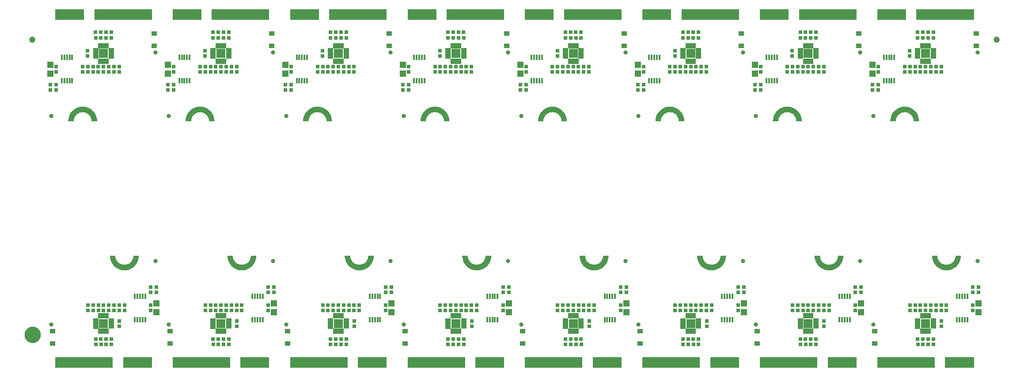
<source format=gbs>
G04 EAGLE Gerber RS-274X export*
G75*
%MOMM*%
%FSLAX34Y34*%
%LPD*%
%INSoldermask Bottom*%
%IPPOS*%
%AMOC8*
5,1,8,0,0,1.08239X$1,22.5*%
G01*
%ADD10R,0.803200X0.803200*%
%ADD11R,0.400000X1.100000*%
%ADD12C,0.838200*%
%ADD13R,0.553200X2.153200*%
%ADD14C,0.555600*%
%ADD15R,0.493200X1.103200*%
%ADD16R,1.103200X0.493200*%
%ADD17R,1.803200X1.803200*%
%ADD18R,1.033200X0.833200*%
%ADD19R,1.203200X1.303200*%
%ADD20C,1.203200*%
%ADD21C,1.270000*%
%ADD22C,1.703200*%

G36*
X1729493Y192531D02*
X1729493Y192531D01*
X1729503Y192535D01*
X1729529Y192536D01*
X1733363Y193370D01*
X1733371Y193375D01*
X1733397Y193380D01*
X1737073Y194752D01*
X1737081Y194757D01*
X1737105Y194766D01*
X1740549Y196647D01*
X1740556Y196654D01*
X1740579Y196666D01*
X1743720Y199017D01*
X1743726Y199025D01*
X1743747Y199041D01*
X1746521Y201815D01*
X1746526Y201824D01*
X1746545Y201842D01*
X1748896Y204983D01*
X1748899Y204992D01*
X1748915Y205013D01*
X1750796Y208457D01*
X1750798Y208466D01*
X1750810Y208489D01*
X1752182Y212165D01*
X1752182Y212175D01*
X1752192Y212199D01*
X1753026Y216033D01*
X1753025Y216043D01*
X1753031Y216069D01*
X1753311Y219982D01*
X1753305Y220008D01*
X1753309Y220033D01*
X1753291Y220075D01*
X1753281Y220119D01*
X1753263Y220137D01*
X1753252Y220161D01*
X1753214Y220186D01*
X1753183Y220218D01*
X1753157Y220224D01*
X1753136Y220238D01*
X1753062Y220249D01*
X1743062Y220249D01*
X1743055Y220247D01*
X1743048Y220249D01*
X1742989Y220228D01*
X1742928Y220210D01*
X1742923Y220205D01*
X1742916Y220202D01*
X1742878Y220152D01*
X1742836Y220105D01*
X1742835Y220098D01*
X1742830Y220092D01*
X1742814Y220020D01*
X1742600Y217302D01*
X1741968Y214669D01*
X1740932Y212169D01*
X1739518Y209861D01*
X1737760Y207802D01*
X1735701Y206044D01*
X1733393Y204630D01*
X1730893Y203594D01*
X1728260Y202962D01*
X1725562Y202750D01*
X1722864Y202962D01*
X1720231Y203594D01*
X1717731Y204630D01*
X1715423Y206044D01*
X1713364Y207802D01*
X1713311Y207865D01*
X1712885Y208364D01*
X1712672Y208613D01*
X1712459Y208862D01*
X1712246Y209112D01*
X1711821Y209610D01*
X1711820Y209610D01*
X1711608Y209859D01*
X1711606Y209861D01*
X1710192Y212169D01*
X1709156Y214669D01*
X1708524Y217302D01*
X1708310Y220020D01*
X1708308Y220026D01*
X1708309Y220033D01*
X1708283Y220091D01*
X1708261Y220150D01*
X1708255Y220155D01*
X1708252Y220161D01*
X1708199Y220196D01*
X1708149Y220234D01*
X1708142Y220234D01*
X1708136Y220238D01*
X1708062Y220249D01*
X1698062Y220249D01*
X1698037Y220242D01*
X1698011Y220244D01*
X1697971Y220223D01*
X1697928Y220210D01*
X1697911Y220190D01*
X1697888Y220178D01*
X1697866Y220139D01*
X1697836Y220105D01*
X1697832Y220079D01*
X1697819Y220056D01*
X1697813Y219982D01*
X1698093Y216069D01*
X1698097Y216059D01*
X1698098Y216033D01*
X1698932Y212199D01*
X1698937Y212191D01*
X1698942Y212165D01*
X1700314Y208489D01*
X1700319Y208481D01*
X1700328Y208457D01*
X1702209Y205013D01*
X1702216Y205006D01*
X1702228Y204983D01*
X1704579Y201842D01*
X1704587Y201836D01*
X1704603Y201815D01*
X1707377Y199041D01*
X1707386Y199036D01*
X1707404Y199017D01*
X1710545Y196666D01*
X1710554Y196663D01*
X1710575Y196647D01*
X1714019Y194766D01*
X1714028Y194764D01*
X1714051Y194752D01*
X1717727Y193380D01*
X1717737Y193380D01*
X1717761Y193370D01*
X1721595Y192536D01*
X1721605Y192537D01*
X1721631Y192531D01*
X1725544Y192251D01*
X1725554Y192253D01*
X1725580Y192251D01*
X1729493Y192531D01*
G37*
G36*
X1054260Y192531D02*
X1054260Y192531D01*
X1054269Y192535D01*
X1054295Y192536D01*
X1058129Y193370D01*
X1058138Y193375D01*
X1058163Y193380D01*
X1061839Y194752D01*
X1061847Y194757D01*
X1061872Y194766D01*
X1065315Y196647D01*
X1065322Y196654D01*
X1065345Y196666D01*
X1068486Y199017D01*
X1068492Y199025D01*
X1068513Y199041D01*
X1071288Y201815D01*
X1071292Y201824D01*
X1071311Y201842D01*
X1073662Y204983D01*
X1073666Y204992D01*
X1073682Y205013D01*
X1075562Y208457D01*
X1075564Y208466D01*
X1075577Y208489D01*
X1076948Y212165D01*
X1076949Y212175D01*
X1076958Y212199D01*
X1077792Y216033D01*
X1077791Y216043D01*
X1077797Y216069D01*
X1078077Y219982D01*
X1078072Y220008D01*
X1078075Y220033D01*
X1078057Y220075D01*
X1078048Y220119D01*
X1078029Y220137D01*
X1078019Y220161D01*
X1077981Y220186D01*
X1077949Y220218D01*
X1077924Y220224D01*
X1077902Y220238D01*
X1077828Y220249D01*
X1067828Y220249D01*
X1067821Y220247D01*
X1067814Y220249D01*
X1067755Y220228D01*
X1067694Y220210D01*
X1067689Y220205D01*
X1067683Y220202D01*
X1067644Y220152D01*
X1067602Y220105D01*
X1067601Y220098D01*
X1067597Y220092D01*
X1067580Y220020D01*
X1067366Y217302D01*
X1066734Y214669D01*
X1065698Y212169D01*
X1064284Y209861D01*
X1062526Y207802D01*
X1060468Y206044D01*
X1058160Y204630D01*
X1055659Y203594D01*
X1053027Y202962D01*
X1050328Y202750D01*
X1047630Y202962D01*
X1044998Y203594D01*
X1042497Y204630D01*
X1040189Y206044D01*
X1038131Y207802D01*
X1038077Y207865D01*
X1037651Y208364D01*
X1037438Y208613D01*
X1037226Y208862D01*
X1037225Y208862D01*
X1037013Y209112D01*
X1036587Y209610D01*
X1036374Y209859D01*
X1036373Y209861D01*
X1034959Y212169D01*
X1033923Y214669D01*
X1033291Y217302D01*
X1033077Y220020D01*
X1033074Y220026D01*
X1033075Y220033D01*
X1033050Y220091D01*
X1033027Y220150D01*
X1033022Y220155D01*
X1033019Y220161D01*
X1032966Y220196D01*
X1032915Y220234D01*
X1032908Y220234D01*
X1032902Y220238D01*
X1032828Y220249D01*
X1022828Y220249D01*
X1022803Y220242D01*
X1022777Y220244D01*
X1022738Y220223D01*
X1022694Y220210D01*
X1022677Y220190D01*
X1022654Y220178D01*
X1022632Y220139D01*
X1022602Y220105D01*
X1022598Y220079D01*
X1022586Y220056D01*
X1022580Y219982D01*
X1022860Y216069D01*
X1022863Y216059D01*
X1022865Y216033D01*
X1023699Y212199D01*
X1023703Y212191D01*
X1023709Y212165D01*
X1025080Y208489D01*
X1025086Y208481D01*
X1025095Y208457D01*
X1026975Y205013D01*
X1026982Y205006D01*
X1026994Y204983D01*
X1029346Y201842D01*
X1029354Y201836D01*
X1029369Y201815D01*
X1032144Y199041D01*
X1032152Y199036D01*
X1032170Y199017D01*
X1035311Y196666D01*
X1035321Y196663D01*
X1035341Y196647D01*
X1038785Y194766D01*
X1038794Y194764D01*
X1038817Y194752D01*
X1042494Y193380D01*
X1042503Y193380D01*
X1042528Y193370D01*
X1046362Y192536D01*
X1046371Y192537D01*
X1046397Y192531D01*
X1050311Y192251D01*
X1050320Y192253D01*
X1050346Y192251D01*
X1054260Y192531D01*
G37*
G36*
X829165Y192531D02*
X829165Y192531D01*
X829174Y192535D01*
X829200Y192536D01*
X833034Y193370D01*
X833043Y193375D01*
X833068Y193380D01*
X836745Y194752D01*
X836752Y194757D01*
X836777Y194766D01*
X840221Y196647D01*
X840227Y196654D01*
X840251Y196666D01*
X843392Y199017D01*
X843397Y199025D01*
X843419Y199041D01*
X846193Y201815D01*
X846198Y201824D01*
X846216Y201842D01*
X848568Y204983D01*
X848571Y204992D01*
X848587Y205013D01*
X850467Y208457D01*
X850469Y208466D01*
X850482Y208489D01*
X851853Y212165D01*
X851854Y212175D01*
X851863Y212199D01*
X852697Y216033D01*
X852697Y216043D01*
X852702Y216069D01*
X852982Y219982D01*
X852977Y220008D01*
X852981Y220033D01*
X852962Y220075D01*
X852953Y220119D01*
X852934Y220137D01*
X852924Y220161D01*
X852886Y220186D01*
X852854Y220218D01*
X852829Y220224D01*
X852807Y220238D01*
X852734Y220249D01*
X842734Y220249D01*
X842727Y220247D01*
X842720Y220249D01*
X842660Y220228D01*
X842599Y220210D01*
X842595Y220205D01*
X842588Y220202D01*
X842549Y220152D01*
X842507Y220105D01*
X842506Y220098D01*
X842502Y220092D01*
X842485Y220020D01*
X842271Y217302D01*
X841639Y214669D01*
X840603Y212169D01*
X839189Y209861D01*
X837431Y207802D01*
X835373Y206044D01*
X833065Y204630D01*
X830564Y203594D01*
X827932Y202962D01*
X825234Y202750D01*
X822535Y202962D01*
X819903Y203594D01*
X817402Y204630D01*
X815094Y206044D01*
X813036Y207802D01*
X812982Y207865D01*
X812557Y208364D01*
X812556Y208364D01*
X812344Y208613D01*
X812131Y208862D01*
X811918Y209112D01*
X811492Y209610D01*
X811279Y209859D01*
X811278Y209861D01*
X809864Y212169D01*
X808828Y214669D01*
X808196Y217302D01*
X807982Y220020D01*
X807980Y220026D01*
X807981Y220033D01*
X807955Y220091D01*
X807932Y220150D01*
X807927Y220155D01*
X807924Y220161D01*
X807871Y220196D01*
X807820Y220234D01*
X807813Y220234D01*
X807807Y220238D01*
X807734Y220249D01*
X797734Y220249D01*
X797709Y220242D01*
X797683Y220244D01*
X797643Y220223D01*
X797599Y220210D01*
X797582Y220190D01*
X797559Y220178D01*
X797537Y220139D01*
X797507Y220105D01*
X797504Y220079D01*
X797491Y220056D01*
X797485Y219982D01*
X797765Y216069D01*
X797768Y216059D01*
X797770Y216033D01*
X798604Y212199D01*
X798609Y212191D01*
X798614Y212165D01*
X799985Y208489D01*
X799991Y208481D01*
X800000Y208457D01*
X801880Y205013D01*
X801887Y205006D01*
X801900Y204983D01*
X804251Y201842D01*
X804259Y201836D01*
X804274Y201815D01*
X807049Y199041D01*
X807057Y199036D01*
X807076Y199017D01*
X810217Y196666D01*
X810226Y196663D01*
X810247Y196647D01*
X813690Y194766D01*
X813700Y194764D01*
X813723Y194752D01*
X817399Y193380D01*
X817409Y193380D01*
X817433Y193370D01*
X821267Y192536D01*
X821277Y192537D01*
X821302Y192531D01*
X825216Y192251D01*
X825225Y192253D01*
X825251Y192251D01*
X829165Y192531D01*
G37*
G36*
X1279329Y192531D02*
X1279329Y192531D01*
X1279338Y192535D01*
X1279364Y192536D01*
X1283198Y193370D01*
X1283207Y193375D01*
X1283233Y193380D01*
X1286909Y194752D01*
X1286917Y194757D01*
X1286941Y194766D01*
X1290385Y196647D01*
X1290392Y196654D01*
X1290415Y196666D01*
X1293556Y199017D01*
X1293562Y199025D01*
X1293583Y199041D01*
X1296357Y201815D01*
X1296362Y201824D01*
X1296380Y201842D01*
X1298732Y204983D01*
X1298735Y204992D01*
X1298751Y205013D01*
X1300631Y208457D01*
X1300634Y208466D01*
X1300646Y208489D01*
X1302017Y212165D01*
X1302018Y212175D01*
X1302027Y212199D01*
X1302861Y216033D01*
X1302861Y216043D01*
X1302867Y216069D01*
X1303146Y219982D01*
X1303141Y220008D01*
X1303145Y220033D01*
X1303126Y220075D01*
X1303117Y220119D01*
X1303099Y220137D01*
X1303088Y220161D01*
X1303050Y220186D01*
X1303018Y220218D01*
X1302993Y220224D01*
X1302971Y220238D01*
X1302898Y220249D01*
X1292898Y220249D01*
X1292891Y220247D01*
X1292884Y220249D01*
X1292825Y220228D01*
X1292764Y220210D01*
X1292759Y220205D01*
X1292752Y220202D01*
X1292713Y220152D01*
X1292672Y220105D01*
X1292671Y220098D01*
X1292666Y220092D01*
X1292649Y220020D01*
X1292435Y217302D01*
X1291804Y214669D01*
X1290768Y212169D01*
X1289353Y209861D01*
X1287595Y207802D01*
X1285537Y206044D01*
X1283229Y204630D01*
X1280728Y203594D01*
X1278096Y202962D01*
X1275398Y202750D01*
X1272699Y202962D01*
X1270067Y203594D01*
X1267566Y204630D01*
X1265259Y206044D01*
X1263200Y207802D01*
X1263147Y207865D01*
X1263146Y207865D01*
X1262721Y208364D01*
X1262508Y208613D01*
X1262295Y208862D01*
X1262082Y209112D01*
X1261656Y209610D01*
X1261443Y209859D01*
X1261442Y209861D01*
X1260028Y212169D01*
X1258992Y214669D01*
X1258360Y217302D01*
X1258146Y220020D01*
X1258144Y220026D01*
X1258145Y220033D01*
X1258119Y220091D01*
X1258097Y220150D01*
X1258091Y220155D01*
X1258088Y220161D01*
X1258035Y220196D01*
X1257985Y220234D01*
X1257977Y220234D01*
X1257971Y220238D01*
X1257898Y220249D01*
X1247898Y220249D01*
X1247873Y220242D01*
X1247847Y220244D01*
X1247807Y220223D01*
X1247764Y220210D01*
X1247746Y220190D01*
X1247724Y220178D01*
X1247701Y220139D01*
X1247672Y220105D01*
X1247668Y220079D01*
X1247655Y220056D01*
X1247649Y219982D01*
X1247929Y216069D01*
X1247932Y216059D01*
X1247934Y216033D01*
X1248768Y212199D01*
X1248773Y212191D01*
X1248778Y212165D01*
X1250149Y208489D01*
X1250155Y208481D01*
X1250164Y208457D01*
X1252045Y205013D01*
X1252051Y205006D01*
X1252064Y204983D01*
X1254415Y201842D01*
X1254423Y201836D01*
X1254438Y201815D01*
X1257213Y199041D01*
X1257221Y199036D01*
X1257240Y199017D01*
X1260381Y196666D01*
X1260390Y196663D01*
X1260411Y196647D01*
X1263854Y194766D01*
X1263864Y194764D01*
X1263887Y194752D01*
X1267563Y193380D01*
X1267573Y193380D01*
X1267597Y193370D01*
X1271431Y192536D01*
X1271441Y192537D01*
X1271466Y192531D01*
X1275380Y192251D01*
X1275390Y192253D01*
X1275416Y192251D01*
X1279329Y192531D01*
G37*
G36*
X1504424Y192531D02*
X1504424Y192531D01*
X1504433Y192535D01*
X1504459Y192536D01*
X1508293Y193370D01*
X1508302Y193375D01*
X1508327Y193380D01*
X1512004Y194752D01*
X1512011Y194757D01*
X1512036Y194766D01*
X1515480Y196647D01*
X1515486Y196654D01*
X1515510Y196666D01*
X1518651Y199017D01*
X1518656Y199025D01*
X1518678Y199041D01*
X1521452Y201815D01*
X1521457Y201824D01*
X1521475Y201842D01*
X1523827Y204983D01*
X1523830Y204992D01*
X1523846Y205013D01*
X1525726Y208457D01*
X1525728Y208466D01*
X1525741Y208489D01*
X1527112Y212165D01*
X1527113Y212175D01*
X1527122Y212199D01*
X1527956Y216033D01*
X1527956Y216043D01*
X1527961Y216069D01*
X1528241Y219982D01*
X1528236Y220008D01*
X1528240Y220033D01*
X1528221Y220075D01*
X1528212Y220119D01*
X1528193Y220137D01*
X1528183Y220161D01*
X1528145Y220186D01*
X1528113Y220218D01*
X1528088Y220224D01*
X1528066Y220238D01*
X1527993Y220249D01*
X1517993Y220249D01*
X1517986Y220247D01*
X1517979Y220249D01*
X1517919Y220228D01*
X1517858Y220210D01*
X1517854Y220205D01*
X1517847Y220202D01*
X1517808Y220152D01*
X1517766Y220105D01*
X1517765Y220098D01*
X1517761Y220092D01*
X1517744Y220020D01*
X1517530Y217302D01*
X1516898Y214669D01*
X1515862Y212169D01*
X1514448Y209861D01*
X1512690Y207802D01*
X1510632Y206044D01*
X1508324Y204630D01*
X1505823Y203594D01*
X1503191Y202962D01*
X1500493Y202750D01*
X1497794Y202962D01*
X1495162Y203594D01*
X1492661Y204630D01*
X1490353Y206044D01*
X1488295Y207802D01*
X1488241Y207865D01*
X1487816Y208364D01*
X1487815Y208364D01*
X1487603Y208613D01*
X1487390Y208862D01*
X1487177Y209112D01*
X1486751Y209610D01*
X1486538Y209859D01*
X1486537Y209861D01*
X1485123Y212169D01*
X1484087Y214669D01*
X1483455Y217302D01*
X1483241Y220020D01*
X1483239Y220026D01*
X1483240Y220033D01*
X1483214Y220091D01*
X1483191Y220150D01*
X1483186Y220155D01*
X1483183Y220161D01*
X1483130Y220196D01*
X1483079Y220234D01*
X1483072Y220234D01*
X1483066Y220238D01*
X1482993Y220249D01*
X1472993Y220249D01*
X1472968Y220242D01*
X1472942Y220244D01*
X1472902Y220223D01*
X1472858Y220210D01*
X1472841Y220190D01*
X1472818Y220178D01*
X1472796Y220139D01*
X1472766Y220105D01*
X1472763Y220079D01*
X1472750Y220056D01*
X1472744Y219982D01*
X1473024Y216069D01*
X1473027Y216059D01*
X1473029Y216033D01*
X1473863Y212199D01*
X1473868Y212191D01*
X1473873Y212165D01*
X1475244Y208489D01*
X1475250Y208481D01*
X1475259Y208457D01*
X1477139Y205013D01*
X1477146Y205006D01*
X1477159Y204983D01*
X1479510Y201842D01*
X1479518Y201836D01*
X1479533Y201815D01*
X1482308Y199041D01*
X1482316Y199036D01*
X1482335Y199017D01*
X1485476Y196666D01*
X1485485Y196663D01*
X1485506Y196647D01*
X1488949Y194766D01*
X1488959Y194764D01*
X1488982Y194752D01*
X1492658Y193380D01*
X1492668Y193380D01*
X1492692Y193370D01*
X1496526Y192536D01*
X1496536Y192537D01*
X1496561Y192531D01*
X1500475Y192251D01*
X1500484Y192253D01*
X1500510Y192251D01*
X1504424Y192531D01*
G37*
G36*
X604096Y192531D02*
X604096Y192531D01*
X604105Y192535D01*
X604131Y192536D01*
X607965Y193370D01*
X607973Y193375D01*
X607999Y193380D01*
X611675Y194752D01*
X611683Y194757D01*
X611708Y194766D01*
X615151Y196647D01*
X615158Y196654D01*
X615181Y196666D01*
X618322Y199017D01*
X618328Y199025D01*
X618349Y199041D01*
X621124Y201815D01*
X621128Y201824D01*
X621147Y201842D01*
X623498Y204983D01*
X623502Y204992D01*
X623517Y205013D01*
X625398Y208457D01*
X625400Y208466D01*
X625413Y208489D01*
X626784Y212165D01*
X626784Y212175D01*
X626794Y212199D01*
X627628Y216033D01*
X627627Y216043D01*
X627633Y216069D01*
X627913Y219982D01*
X627907Y220008D01*
X627911Y220033D01*
X627893Y220075D01*
X627883Y220119D01*
X627865Y220137D01*
X627854Y220161D01*
X627817Y220186D01*
X627785Y220218D01*
X627759Y220224D01*
X627738Y220238D01*
X627664Y220249D01*
X617664Y220249D01*
X617657Y220247D01*
X617650Y220249D01*
X617591Y220228D01*
X617530Y220210D01*
X617525Y220205D01*
X617518Y220202D01*
X617480Y220152D01*
X617438Y220105D01*
X617437Y220098D01*
X617433Y220092D01*
X617416Y220020D01*
X617202Y217302D01*
X616570Y214669D01*
X615534Y212169D01*
X614120Y209861D01*
X612362Y207802D01*
X610304Y206044D01*
X607996Y204630D01*
X605495Y203594D01*
X602863Y202962D01*
X600164Y202750D01*
X597466Y202962D01*
X594834Y203594D01*
X592333Y204630D01*
X590025Y206044D01*
X587967Y207802D01*
X587913Y207865D01*
X587487Y208364D01*
X587274Y208613D01*
X587061Y208862D01*
X586848Y209112D01*
X586423Y209610D01*
X586210Y209859D01*
X586209Y209861D01*
X584794Y212169D01*
X583759Y214669D01*
X583127Y217302D01*
X582913Y220020D01*
X582910Y220026D01*
X582911Y220033D01*
X582885Y220091D01*
X582863Y220150D01*
X582857Y220155D01*
X582854Y220161D01*
X582802Y220196D01*
X582751Y220234D01*
X582744Y220234D01*
X582738Y220238D01*
X582664Y220249D01*
X572664Y220249D01*
X572639Y220242D01*
X572613Y220244D01*
X572573Y220223D01*
X572530Y220210D01*
X572513Y220190D01*
X572490Y220178D01*
X572468Y220139D01*
X572438Y220105D01*
X572434Y220079D01*
X572421Y220056D01*
X572416Y219982D01*
X572695Y216069D01*
X572699Y216059D01*
X572701Y216033D01*
X573535Y212199D01*
X573539Y212191D01*
X573545Y212165D01*
X574916Y208489D01*
X574922Y208481D01*
X574931Y208457D01*
X576811Y205013D01*
X576818Y205006D01*
X576830Y204983D01*
X579182Y201842D01*
X579189Y201836D01*
X579205Y201815D01*
X581979Y199041D01*
X581988Y199036D01*
X582006Y199017D01*
X585147Y196666D01*
X585156Y196663D01*
X585177Y196647D01*
X588621Y194766D01*
X588630Y194764D01*
X588653Y194752D01*
X592329Y193380D01*
X592339Y193380D01*
X592364Y193370D01*
X596198Y192536D01*
X596207Y192537D01*
X596233Y192531D01*
X600146Y192251D01*
X600156Y192253D01*
X600182Y192251D01*
X604096Y192531D01*
G37*
G36*
X379001Y192531D02*
X379001Y192531D01*
X379010Y192535D01*
X379036Y192536D01*
X382870Y193370D01*
X382879Y193375D01*
X382904Y193380D01*
X386580Y194752D01*
X386588Y194757D01*
X386613Y194766D01*
X390056Y196647D01*
X390063Y196654D01*
X390086Y196666D01*
X393227Y199017D01*
X393233Y199025D01*
X393254Y199041D01*
X396029Y201815D01*
X396033Y201824D01*
X396052Y201842D01*
X398403Y204983D01*
X398407Y204992D01*
X398423Y205013D01*
X400303Y208457D01*
X400305Y208466D01*
X400318Y208489D01*
X401689Y212165D01*
X401690Y212175D01*
X401699Y212199D01*
X402533Y216033D01*
X402532Y216043D01*
X402538Y216069D01*
X402818Y219982D01*
X402813Y220008D01*
X402816Y220033D01*
X402798Y220075D01*
X402789Y220119D01*
X402770Y220137D01*
X402760Y220161D01*
X402722Y220186D01*
X402690Y220218D01*
X402665Y220224D01*
X402643Y220238D01*
X402569Y220249D01*
X392569Y220249D01*
X392562Y220247D01*
X392555Y220249D01*
X392496Y220228D01*
X392435Y220210D01*
X392430Y220205D01*
X392424Y220202D01*
X392385Y220152D01*
X392343Y220105D01*
X392342Y220098D01*
X392338Y220092D01*
X392321Y220020D01*
X392107Y217302D01*
X391475Y214669D01*
X390439Y212169D01*
X389025Y209861D01*
X387267Y207802D01*
X385209Y206044D01*
X382901Y204630D01*
X380400Y203594D01*
X377768Y202962D01*
X375069Y202750D01*
X372371Y202962D01*
X369739Y203594D01*
X367238Y204630D01*
X364930Y206044D01*
X362872Y207802D01*
X362818Y207865D01*
X362392Y208364D01*
X362179Y208613D01*
X361967Y208862D01*
X361966Y208862D01*
X361754Y209112D01*
X361328Y209610D01*
X361115Y209859D01*
X361114Y209861D01*
X359700Y212169D01*
X358664Y214669D01*
X358032Y217302D01*
X357818Y220020D01*
X357815Y220026D01*
X357816Y220033D01*
X357791Y220091D01*
X357768Y220150D01*
X357763Y220155D01*
X357760Y220161D01*
X357707Y220196D01*
X357656Y220234D01*
X357649Y220234D01*
X357643Y220238D01*
X357569Y220249D01*
X347569Y220249D01*
X347544Y220242D01*
X347518Y220244D01*
X347479Y220223D01*
X347435Y220210D01*
X347418Y220190D01*
X347395Y220178D01*
X347373Y220139D01*
X347343Y220105D01*
X347339Y220079D01*
X347327Y220056D01*
X347321Y219982D01*
X347601Y216069D01*
X347604Y216059D01*
X347606Y216033D01*
X348440Y212199D01*
X348444Y212191D01*
X348450Y212165D01*
X349821Y208489D01*
X349827Y208481D01*
X349836Y208457D01*
X351716Y205013D01*
X351723Y205006D01*
X351735Y204983D01*
X354087Y201842D01*
X354095Y201836D01*
X354110Y201815D01*
X356885Y199041D01*
X356893Y199036D01*
X356911Y199017D01*
X360052Y196666D01*
X360062Y196663D01*
X360082Y196647D01*
X363526Y194766D01*
X363535Y194764D01*
X363558Y194752D01*
X367235Y193380D01*
X367244Y193380D01*
X367269Y193370D01*
X371103Y192536D01*
X371112Y192537D01*
X371138Y192531D01*
X375052Y192251D01*
X375061Y192253D01*
X375087Y192251D01*
X379001Y192531D01*
G37*
G36*
X153931Y192531D02*
X153931Y192531D01*
X153941Y192535D01*
X153967Y192536D01*
X157801Y193370D01*
X157809Y193375D01*
X157835Y193380D01*
X161511Y194752D01*
X161519Y194757D01*
X161543Y194766D01*
X164987Y196647D01*
X164994Y196654D01*
X165017Y196666D01*
X168158Y199017D01*
X168164Y199025D01*
X168185Y199041D01*
X170959Y201815D01*
X170964Y201824D01*
X170983Y201842D01*
X173334Y204983D01*
X173337Y204992D01*
X173353Y205013D01*
X175234Y208457D01*
X175236Y208466D01*
X175248Y208489D01*
X176620Y212165D01*
X176620Y212175D01*
X176630Y212199D01*
X177464Y216033D01*
X177463Y216043D01*
X177469Y216069D01*
X177749Y219982D01*
X177743Y220008D01*
X177747Y220033D01*
X177729Y220075D01*
X177719Y220119D01*
X177701Y220137D01*
X177690Y220161D01*
X177652Y220186D01*
X177621Y220218D01*
X177595Y220224D01*
X177574Y220238D01*
X177500Y220249D01*
X167500Y220249D01*
X167493Y220247D01*
X167486Y220249D01*
X167427Y220228D01*
X167366Y220210D01*
X167361Y220205D01*
X167354Y220202D01*
X167316Y220152D01*
X167274Y220105D01*
X167273Y220098D01*
X167268Y220092D01*
X167252Y220020D01*
X167038Y217302D01*
X166406Y214669D01*
X165370Y212169D01*
X163956Y209861D01*
X162198Y207802D01*
X160139Y206044D01*
X157831Y204630D01*
X155331Y203594D01*
X152698Y202962D01*
X150000Y202750D01*
X147302Y202962D01*
X144669Y203594D01*
X142169Y204630D01*
X139861Y206044D01*
X137802Y207802D01*
X137749Y207865D01*
X137323Y208364D01*
X137110Y208613D01*
X136897Y208862D01*
X136684Y209112D01*
X136259Y209610D01*
X136258Y209610D01*
X136046Y209859D01*
X136044Y209861D01*
X134630Y212169D01*
X133594Y214669D01*
X132962Y217302D01*
X132748Y220020D01*
X132746Y220026D01*
X132747Y220033D01*
X132721Y220091D01*
X132699Y220150D01*
X132693Y220155D01*
X132690Y220161D01*
X132637Y220196D01*
X132587Y220234D01*
X132580Y220234D01*
X132574Y220238D01*
X132500Y220249D01*
X122500Y220249D01*
X122475Y220242D01*
X122449Y220244D01*
X122409Y220223D01*
X122366Y220210D01*
X122349Y220190D01*
X122326Y220178D01*
X122304Y220139D01*
X122274Y220105D01*
X122270Y220079D01*
X122257Y220056D01*
X122251Y219982D01*
X122531Y216069D01*
X122535Y216059D01*
X122536Y216033D01*
X123370Y212199D01*
X123375Y212191D01*
X123380Y212165D01*
X124752Y208489D01*
X124757Y208481D01*
X124766Y208457D01*
X126647Y205013D01*
X126654Y205006D01*
X126666Y204983D01*
X129017Y201842D01*
X129025Y201836D01*
X129041Y201815D01*
X131815Y199041D01*
X131824Y199036D01*
X131842Y199017D01*
X134983Y196666D01*
X134992Y196663D01*
X135013Y196647D01*
X138457Y194766D01*
X138466Y194764D01*
X138489Y194752D01*
X142165Y193380D01*
X142175Y193380D01*
X142199Y193370D01*
X146033Y192536D01*
X146043Y192537D01*
X146069Y192531D01*
X149982Y192251D01*
X149992Y192253D01*
X150018Y192251D01*
X153931Y192531D01*
G37*
G36*
X52496Y478253D02*
X52496Y478253D01*
X52503Y478251D01*
X52563Y478272D01*
X52624Y478290D01*
X52628Y478295D01*
X52635Y478298D01*
X52674Y478348D01*
X52716Y478395D01*
X52717Y478402D01*
X52721Y478408D01*
X52738Y478480D01*
X52952Y481198D01*
X53584Y483831D01*
X54620Y486331D01*
X56034Y488639D01*
X57792Y490698D01*
X59850Y492456D01*
X62158Y493870D01*
X64659Y494906D01*
X67291Y495538D01*
X69989Y495750D01*
X72688Y495538D01*
X75320Y494906D01*
X77821Y493870D01*
X80129Y492456D01*
X82187Y490698D01*
X82311Y490552D01*
X82524Y490303D01*
X82950Y489804D01*
X83163Y489555D01*
X83376Y489306D01*
X83588Y489057D01*
X83589Y489057D01*
X83801Y488807D01*
X83945Y488639D01*
X85359Y486331D01*
X86395Y483831D01*
X87027Y481198D01*
X87241Y478480D01*
X87244Y478474D01*
X87242Y478467D01*
X87268Y478409D01*
X87291Y478350D01*
X87296Y478345D01*
X87299Y478339D01*
X87352Y478304D01*
X87403Y478266D01*
X87410Y478266D01*
X87416Y478262D01*
X87489Y478251D01*
X97489Y478251D01*
X97514Y478258D01*
X97540Y478256D01*
X97580Y478277D01*
X97624Y478290D01*
X97641Y478310D01*
X97664Y478322D01*
X97686Y478361D01*
X97716Y478395D01*
X97719Y478421D01*
X97732Y478444D01*
X97738Y478518D01*
X97458Y482431D01*
X97455Y482441D01*
X97453Y482467D01*
X96619Y486301D01*
X96614Y486309D01*
X96609Y486335D01*
X95238Y490011D01*
X95232Y490019D01*
X95223Y490043D01*
X93343Y493487D01*
X93336Y493494D01*
X93323Y493517D01*
X90972Y496658D01*
X90964Y496664D01*
X90949Y496685D01*
X88174Y499459D01*
X88166Y499464D01*
X88147Y499483D01*
X85006Y501834D01*
X84997Y501837D01*
X84976Y501853D01*
X81533Y503734D01*
X81523Y503736D01*
X81500Y503748D01*
X77824Y505120D01*
X77815Y505120D01*
X77790Y505130D01*
X73956Y505964D01*
X73946Y505963D01*
X73921Y505969D01*
X70007Y506249D01*
X69998Y506247D01*
X69972Y506249D01*
X66058Y505969D01*
X66049Y505965D01*
X66023Y505964D01*
X62189Y505130D01*
X62180Y505125D01*
X62155Y505120D01*
X58478Y503748D01*
X58471Y503743D01*
X58446Y503734D01*
X55002Y501853D01*
X54996Y501846D01*
X54972Y501834D01*
X51831Y499483D01*
X51826Y499475D01*
X51805Y499459D01*
X49030Y496685D01*
X49025Y496676D01*
X49007Y496658D01*
X46655Y493517D01*
X46652Y493508D01*
X46636Y493487D01*
X44756Y490043D01*
X44754Y490034D01*
X44741Y490011D01*
X43370Y486335D01*
X43369Y486325D01*
X43360Y486301D01*
X42526Y482467D01*
X42526Y482457D01*
X42521Y482431D01*
X42241Y478518D01*
X42246Y478492D01*
X42242Y478467D01*
X42261Y478425D01*
X42270Y478381D01*
X42289Y478363D01*
X42299Y478339D01*
X42337Y478314D01*
X42369Y478282D01*
X42394Y478276D01*
X42416Y478262D01*
X42489Y478251D01*
X52489Y478251D01*
X52496Y478253D01*
G37*
G36*
X952825Y478253D02*
X952825Y478253D01*
X952832Y478251D01*
X952891Y478272D01*
X952952Y478290D01*
X952957Y478295D01*
X952964Y478298D01*
X953002Y478348D01*
X953044Y478395D01*
X953045Y478402D01*
X953049Y478408D01*
X953066Y478480D01*
X953280Y481198D01*
X953912Y483831D01*
X954948Y486331D01*
X956362Y488639D01*
X958120Y490698D01*
X960179Y492456D01*
X962486Y493870D01*
X964987Y494906D01*
X967619Y495538D01*
X970318Y495750D01*
X973016Y495538D01*
X975648Y494906D01*
X978149Y493870D01*
X980457Y492456D01*
X982515Y490698D01*
X982640Y490552D01*
X982852Y490303D01*
X982853Y490303D01*
X983278Y489804D01*
X983491Y489555D01*
X983704Y489306D01*
X983917Y489057D01*
X984130Y488807D01*
X984273Y488639D01*
X985688Y486331D01*
X986724Y483831D01*
X987355Y481198D01*
X987569Y478480D01*
X987572Y478474D01*
X987571Y478467D01*
X987597Y478409D01*
X987619Y478350D01*
X987625Y478345D01*
X987628Y478339D01*
X987680Y478304D01*
X987731Y478266D01*
X987738Y478266D01*
X987744Y478262D01*
X987818Y478251D01*
X997818Y478251D01*
X997843Y478258D01*
X997869Y478256D01*
X997909Y478277D01*
X997952Y478290D01*
X997969Y478310D01*
X997992Y478322D01*
X998014Y478361D01*
X998044Y478395D01*
X998048Y478421D01*
X998061Y478444D01*
X998066Y478518D01*
X997787Y482431D01*
X997783Y482441D01*
X997781Y482467D01*
X996947Y486301D01*
X996943Y486309D01*
X996937Y486335D01*
X995566Y490011D01*
X995560Y490019D01*
X995551Y490043D01*
X993671Y493487D01*
X993664Y493494D01*
X993652Y493517D01*
X991300Y496658D01*
X991293Y496664D01*
X991277Y496685D01*
X988503Y499459D01*
X988494Y499464D01*
X988476Y499483D01*
X985335Y501834D01*
X985326Y501837D01*
X985305Y501853D01*
X981861Y503734D01*
X981852Y503736D01*
X981829Y503748D01*
X978153Y505120D01*
X978143Y505120D01*
X978118Y505130D01*
X974284Y505964D01*
X974275Y505963D01*
X974249Y505969D01*
X970336Y506249D01*
X970326Y506247D01*
X970300Y506249D01*
X966386Y505969D01*
X966377Y505965D01*
X966351Y505964D01*
X962517Y505130D01*
X962509Y505125D01*
X962483Y505120D01*
X958807Y503748D01*
X958799Y503743D01*
X958774Y503734D01*
X955331Y501853D01*
X955324Y501846D01*
X955301Y501834D01*
X952160Y499483D01*
X952154Y499475D01*
X952133Y499459D01*
X949358Y496685D01*
X949354Y496676D01*
X949335Y496658D01*
X946984Y493517D01*
X946980Y493508D01*
X946965Y493487D01*
X945084Y490043D01*
X945082Y490034D01*
X945069Y490011D01*
X943698Y486335D01*
X943698Y486325D01*
X943688Y486301D01*
X942854Y482467D01*
X942855Y482457D01*
X942849Y482431D01*
X942569Y478518D01*
X942575Y478492D01*
X942571Y478467D01*
X942589Y478425D01*
X942599Y478381D01*
X942617Y478363D01*
X942628Y478339D01*
X942665Y478314D01*
X942697Y478282D01*
X942723Y478276D01*
X942744Y478262D01*
X942818Y478251D01*
X952818Y478251D01*
X952825Y478253D01*
G37*
G36*
X1402989Y478253D02*
X1402989Y478253D01*
X1402996Y478251D01*
X1403055Y478272D01*
X1403116Y478290D01*
X1403121Y478295D01*
X1403128Y478298D01*
X1403167Y478348D01*
X1403208Y478395D01*
X1403209Y478402D01*
X1403214Y478408D01*
X1403230Y478480D01*
X1403444Y481198D01*
X1404076Y483831D01*
X1405112Y486331D01*
X1406526Y488639D01*
X1408284Y490698D01*
X1410343Y492456D01*
X1412651Y493870D01*
X1415151Y494906D01*
X1417784Y495538D01*
X1420482Y495750D01*
X1423180Y495538D01*
X1425813Y494906D01*
X1428313Y493870D01*
X1430621Y492456D01*
X1432680Y490698D01*
X1432804Y490552D01*
X1433017Y490303D01*
X1433442Y489804D01*
X1433443Y489804D01*
X1433655Y489555D01*
X1433868Y489306D01*
X1434081Y489057D01*
X1434294Y488807D01*
X1434438Y488639D01*
X1435852Y486331D01*
X1436888Y483831D01*
X1437520Y481198D01*
X1437734Y478480D01*
X1437736Y478474D01*
X1437735Y478467D01*
X1437761Y478409D01*
X1437783Y478350D01*
X1437789Y478345D01*
X1437792Y478339D01*
X1437845Y478304D01*
X1437895Y478266D01*
X1437903Y478266D01*
X1437909Y478262D01*
X1437982Y478251D01*
X1447982Y478251D01*
X1448007Y478258D01*
X1448033Y478256D01*
X1448073Y478277D01*
X1448116Y478290D01*
X1448133Y478310D01*
X1448156Y478322D01*
X1448178Y478361D01*
X1448208Y478395D01*
X1448212Y478421D01*
X1448225Y478444D01*
X1448231Y478518D01*
X1447951Y482431D01*
X1447947Y482441D01*
X1447946Y482467D01*
X1447112Y486301D01*
X1447107Y486309D01*
X1447102Y486335D01*
X1445730Y490011D01*
X1445725Y490019D01*
X1445716Y490043D01*
X1443835Y493487D01*
X1443828Y493494D01*
X1443816Y493517D01*
X1441465Y496658D01*
X1441457Y496664D01*
X1441441Y496685D01*
X1438667Y499459D01*
X1438658Y499464D01*
X1438640Y499483D01*
X1435499Y501834D01*
X1435490Y501837D01*
X1435469Y501853D01*
X1432025Y503734D01*
X1432016Y503736D01*
X1431993Y503748D01*
X1428317Y505120D01*
X1428307Y505120D01*
X1428283Y505130D01*
X1424449Y505964D01*
X1424439Y505963D01*
X1424413Y505969D01*
X1420500Y506249D01*
X1420490Y506247D01*
X1420464Y506249D01*
X1416551Y505969D01*
X1416541Y505965D01*
X1416515Y505964D01*
X1412681Y505130D01*
X1412673Y505125D01*
X1412647Y505120D01*
X1408971Y503748D01*
X1408963Y503743D01*
X1408939Y503734D01*
X1405495Y501853D01*
X1405488Y501846D01*
X1405465Y501834D01*
X1402324Y499483D01*
X1402318Y499475D01*
X1402297Y499459D01*
X1399523Y496685D01*
X1399518Y496676D01*
X1399499Y496658D01*
X1397148Y493517D01*
X1397145Y493508D01*
X1397129Y493487D01*
X1395248Y490043D01*
X1395246Y490034D01*
X1395234Y490011D01*
X1393862Y486335D01*
X1393862Y486325D01*
X1393852Y486301D01*
X1393018Y482467D01*
X1393019Y482457D01*
X1393013Y482431D01*
X1392733Y478518D01*
X1392739Y478492D01*
X1392735Y478467D01*
X1392753Y478425D01*
X1392763Y478381D01*
X1392781Y478363D01*
X1392792Y478339D01*
X1392830Y478314D01*
X1392861Y478282D01*
X1392887Y478276D01*
X1392909Y478262D01*
X1392982Y478251D01*
X1402982Y478251D01*
X1402989Y478253D01*
G37*
G36*
X502661Y478253D02*
X502661Y478253D01*
X502668Y478251D01*
X502727Y478272D01*
X502788Y478290D01*
X502793Y478295D01*
X502799Y478298D01*
X502838Y478348D01*
X502880Y478395D01*
X502881Y478402D01*
X502885Y478408D01*
X502902Y478480D01*
X503116Y481198D01*
X503748Y483831D01*
X504784Y486331D01*
X506198Y488639D01*
X507956Y490698D01*
X510014Y492456D01*
X512322Y493870D01*
X514823Y494906D01*
X517455Y495538D01*
X520154Y495750D01*
X522852Y495538D01*
X525484Y494906D01*
X527985Y493870D01*
X530293Y492456D01*
X532351Y490698D01*
X532475Y490552D01*
X532688Y490303D01*
X533114Y489804D01*
X533327Y489555D01*
X533540Y489306D01*
X533753Y489057D01*
X533966Y488807D01*
X534109Y488639D01*
X535523Y486331D01*
X536559Y483831D01*
X537191Y481198D01*
X537405Y478480D01*
X537408Y478474D01*
X537407Y478467D01*
X537432Y478409D01*
X537455Y478350D01*
X537461Y478345D01*
X537463Y478339D01*
X537516Y478304D01*
X537567Y478266D01*
X537574Y478266D01*
X537580Y478262D01*
X537654Y478251D01*
X547654Y478251D01*
X547679Y478258D01*
X547705Y478256D01*
X547744Y478277D01*
X547788Y478290D01*
X547805Y478310D01*
X547828Y478322D01*
X547850Y478361D01*
X547880Y478395D01*
X547884Y478421D01*
X547896Y478444D01*
X547902Y478518D01*
X547622Y482431D01*
X547619Y482441D01*
X547617Y482467D01*
X546783Y486301D01*
X546779Y486309D01*
X546773Y486335D01*
X545402Y490011D01*
X545396Y490019D01*
X545387Y490043D01*
X543507Y493487D01*
X543500Y493494D01*
X543488Y493517D01*
X541136Y496658D01*
X541129Y496664D01*
X541113Y496685D01*
X538339Y499459D01*
X538330Y499464D01*
X538312Y499483D01*
X535171Y501834D01*
X535162Y501837D01*
X535141Y501853D01*
X531697Y503734D01*
X531688Y503736D01*
X531665Y503748D01*
X527988Y505120D01*
X527979Y505120D01*
X527954Y505130D01*
X524120Y505964D01*
X524111Y505963D01*
X524085Y505969D01*
X520171Y506249D01*
X520162Y506247D01*
X520136Y506249D01*
X516222Y505969D01*
X516213Y505965D01*
X516187Y505964D01*
X512353Y505130D01*
X512344Y505125D01*
X512319Y505120D01*
X508643Y503748D01*
X508635Y503743D01*
X508610Y503734D01*
X505167Y501853D01*
X505160Y501846D01*
X505137Y501834D01*
X501996Y499483D01*
X501990Y499475D01*
X501969Y499459D01*
X499194Y496685D01*
X499190Y496676D01*
X499171Y496658D01*
X496820Y493517D01*
X496816Y493508D01*
X496800Y493487D01*
X494920Y490043D01*
X494918Y490034D01*
X494905Y490011D01*
X493534Y486335D01*
X493533Y486325D01*
X493524Y486301D01*
X492690Y482467D01*
X492691Y482457D01*
X492685Y482431D01*
X492405Y478518D01*
X492410Y478492D01*
X492407Y478467D01*
X492425Y478425D01*
X492435Y478381D01*
X492453Y478363D01*
X492463Y478339D01*
X492501Y478314D01*
X492533Y478282D01*
X492558Y478276D01*
X492580Y478262D01*
X492654Y478251D01*
X502654Y478251D01*
X502661Y478253D01*
G37*
G36*
X277591Y478253D02*
X277591Y478253D01*
X277598Y478251D01*
X277657Y478272D01*
X277718Y478290D01*
X277723Y478295D01*
X277730Y478298D01*
X277769Y478348D01*
X277810Y478395D01*
X277811Y478402D01*
X277816Y478408D01*
X277833Y478480D01*
X278047Y481198D01*
X278679Y483831D01*
X279714Y486331D01*
X281129Y488639D01*
X282887Y490698D01*
X284945Y492456D01*
X287253Y493870D01*
X289754Y494906D01*
X292386Y495538D01*
X295084Y495750D01*
X297783Y495538D01*
X300415Y494906D01*
X302916Y493870D01*
X305224Y492456D01*
X307282Y490698D01*
X307406Y490552D01*
X307619Y490303D01*
X308045Y489804D01*
X308258Y489555D01*
X308470Y489306D01*
X308683Y489057D01*
X308896Y488807D01*
X309040Y488639D01*
X310454Y486331D01*
X311490Y483831D01*
X312122Y481198D01*
X312336Y478480D01*
X312338Y478474D01*
X312337Y478467D01*
X312363Y478409D01*
X312385Y478350D01*
X312391Y478345D01*
X312394Y478339D01*
X312447Y478304D01*
X312497Y478266D01*
X312505Y478266D01*
X312511Y478262D01*
X312584Y478251D01*
X322584Y478251D01*
X322609Y478258D01*
X322635Y478256D01*
X322675Y478277D01*
X322718Y478290D01*
X322736Y478310D01*
X322758Y478322D01*
X322781Y478361D01*
X322810Y478395D01*
X322814Y478421D01*
X322827Y478444D01*
X322833Y478518D01*
X322553Y482431D01*
X322550Y482441D01*
X322548Y482467D01*
X321714Y486301D01*
X321709Y486309D01*
X321704Y486335D01*
X320333Y490011D01*
X320327Y490019D01*
X320318Y490043D01*
X318437Y493487D01*
X318431Y493494D01*
X318418Y493517D01*
X316067Y496658D01*
X316059Y496664D01*
X316044Y496685D01*
X313269Y499459D01*
X313261Y499464D01*
X313242Y499483D01*
X310101Y501834D01*
X310092Y501837D01*
X310071Y501853D01*
X306628Y503734D01*
X306618Y503736D01*
X306595Y503748D01*
X302919Y505120D01*
X302909Y505120D01*
X302885Y505130D01*
X299051Y505964D01*
X299041Y505963D01*
X299016Y505969D01*
X295102Y506249D01*
X295093Y506247D01*
X295066Y506249D01*
X291153Y505969D01*
X291144Y505965D01*
X291118Y505964D01*
X287284Y505130D01*
X287275Y505125D01*
X287249Y505120D01*
X283573Y503748D01*
X283565Y503743D01*
X283541Y503734D01*
X280097Y501853D01*
X280090Y501846D01*
X280067Y501834D01*
X276926Y499483D01*
X276920Y499475D01*
X276899Y499459D01*
X274125Y496685D01*
X274120Y496676D01*
X274102Y496658D01*
X271750Y493517D01*
X271747Y493508D01*
X271731Y493487D01*
X269851Y490043D01*
X269849Y490034D01*
X269836Y490011D01*
X268465Y486335D01*
X268464Y486325D01*
X268455Y486301D01*
X267621Y482467D01*
X267621Y482457D01*
X267615Y482431D01*
X267336Y478518D01*
X267341Y478492D01*
X267337Y478467D01*
X267356Y478425D01*
X267365Y478381D01*
X267383Y478363D01*
X267394Y478339D01*
X267432Y478314D01*
X267464Y478282D01*
X267489Y478276D01*
X267511Y478262D01*
X267584Y478251D01*
X277584Y478251D01*
X277591Y478253D01*
G37*
G36*
X1177920Y478253D02*
X1177920Y478253D01*
X1177927Y478251D01*
X1177986Y478272D01*
X1178047Y478290D01*
X1178052Y478295D01*
X1178058Y478298D01*
X1178097Y478348D01*
X1178139Y478395D01*
X1178140Y478402D01*
X1178144Y478408D01*
X1178161Y478480D01*
X1178375Y481198D01*
X1179007Y483831D01*
X1180043Y486331D01*
X1181457Y488639D01*
X1183215Y490698D01*
X1185273Y492456D01*
X1187581Y493870D01*
X1190082Y494906D01*
X1192714Y495538D01*
X1195413Y495750D01*
X1198111Y495538D01*
X1200743Y494906D01*
X1203244Y493870D01*
X1205552Y492456D01*
X1207610Y490698D01*
X1207734Y490552D01*
X1207947Y490303D01*
X1208373Y489804D01*
X1208586Y489555D01*
X1208799Y489306D01*
X1209012Y489057D01*
X1209225Y488807D01*
X1209368Y488639D01*
X1210782Y486331D01*
X1211818Y483831D01*
X1212450Y481198D01*
X1212664Y478480D01*
X1212667Y478474D01*
X1212666Y478467D01*
X1212691Y478409D01*
X1212714Y478350D01*
X1212720Y478345D01*
X1212722Y478339D01*
X1212775Y478304D01*
X1212826Y478266D01*
X1212833Y478266D01*
X1212839Y478262D01*
X1212913Y478251D01*
X1222913Y478251D01*
X1222938Y478258D01*
X1222964Y478256D01*
X1223003Y478277D01*
X1223047Y478290D01*
X1223064Y478310D01*
X1223087Y478322D01*
X1223109Y478361D01*
X1223139Y478395D01*
X1223143Y478421D01*
X1223155Y478444D01*
X1223161Y478518D01*
X1222881Y482431D01*
X1222878Y482441D01*
X1222876Y482467D01*
X1222042Y486301D01*
X1222038Y486309D01*
X1222032Y486335D01*
X1220661Y490011D01*
X1220655Y490019D01*
X1220646Y490043D01*
X1218766Y493487D01*
X1218759Y493494D01*
X1218747Y493517D01*
X1216395Y496658D01*
X1216388Y496664D01*
X1216372Y496685D01*
X1213598Y499459D01*
X1213589Y499464D01*
X1213571Y499483D01*
X1210430Y501834D01*
X1210421Y501837D01*
X1210400Y501853D01*
X1206956Y503734D01*
X1206947Y503736D01*
X1206924Y503748D01*
X1203247Y505120D01*
X1203238Y505120D01*
X1203213Y505130D01*
X1199379Y505964D01*
X1199370Y505963D01*
X1199344Y505969D01*
X1195430Y506249D01*
X1195421Y506247D01*
X1195395Y506249D01*
X1191481Y505969D01*
X1191472Y505965D01*
X1191446Y505964D01*
X1187612Y505130D01*
X1187603Y505125D01*
X1187578Y505120D01*
X1183902Y503748D01*
X1183894Y503743D01*
X1183869Y503734D01*
X1180426Y501853D01*
X1180419Y501846D01*
X1180396Y501834D01*
X1177255Y499483D01*
X1177249Y499475D01*
X1177228Y499459D01*
X1174453Y496685D01*
X1174449Y496676D01*
X1174430Y496658D01*
X1172079Y493517D01*
X1172075Y493508D01*
X1172059Y493487D01*
X1170179Y490043D01*
X1170177Y490034D01*
X1170164Y490011D01*
X1168793Y486335D01*
X1168792Y486325D01*
X1168783Y486301D01*
X1167949Y482467D01*
X1167950Y482457D01*
X1167944Y482431D01*
X1167664Y478518D01*
X1167669Y478492D01*
X1167666Y478467D01*
X1167684Y478425D01*
X1167694Y478381D01*
X1167712Y478363D01*
X1167722Y478339D01*
X1167760Y478314D01*
X1167792Y478282D01*
X1167817Y478276D01*
X1167839Y478262D01*
X1167913Y478251D01*
X1177913Y478251D01*
X1177920Y478253D01*
G37*
G36*
X727755Y478253D02*
X727755Y478253D01*
X727762Y478251D01*
X727822Y478272D01*
X727883Y478290D01*
X727887Y478295D01*
X727894Y478298D01*
X727933Y478348D01*
X727975Y478395D01*
X727976Y478402D01*
X727980Y478408D01*
X727997Y478480D01*
X728211Y481198D01*
X728843Y483831D01*
X729879Y486331D01*
X731293Y488639D01*
X733051Y490698D01*
X735109Y492456D01*
X737417Y493870D01*
X739918Y494906D01*
X742550Y495538D01*
X745248Y495750D01*
X747947Y495538D01*
X750579Y494906D01*
X753080Y493870D01*
X755388Y492456D01*
X757446Y490698D01*
X757570Y490552D01*
X757783Y490303D01*
X758209Y489804D01*
X758422Y489555D01*
X758635Y489306D01*
X758847Y489057D01*
X758848Y489057D01*
X759060Y488807D01*
X759204Y488639D01*
X760618Y486331D01*
X761654Y483831D01*
X762286Y481198D01*
X762500Y478480D01*
X762503Y478474D01*
X762501Y478467D01*
X762527Y478409D01*
X762550Y478350D01*
X762555Y478345D01*
X762558Y478339D01*
X762611Y478304D01*
X762662Y478266D01*
X762669Y478266D01*
X762675Y478262D01*
X762748Y478251D01*
X772748Y478251D01*
X772773Y478258D01*
X772799Y478256D01*
X772839Y478277D01*
X772883Y478290D01*
X772900Y478310D01*
X772923Y478322D01*
X772945Y478361D01*
X772975Y478395D01*
X772978Y478421D01*
X772991Y478444D01*
X772997Y478518D01*
X772717Y482431D01*
X772714Y482441D01*
X772712Y482467D01*
X771878Y486301D01*
X771873Y486309D01*
X771868Y486335D01*
X770497Y490011D01*
X770491Y490019D01*
X770482Y490043D01*
X768602Y493487D01*
X768595Y493494D01*
X768582Y493517D01*
X766231Y496658D01*
X766223Y496664D01*
X766208Y496685D01*
X763433Y499459D01*
X763425Y499464D01*
X763406Y499483D01*
X760265Y501834D01*
X760256Y501837D01*
X760235Y501853D01*
X756792Y503734D01*
X756782Y503736D01*
X756759Y503748D01*
X753083Y505120D01*
X753074Y505120D01*
X753049Y505130D01*
X749215Y505964D01*
X749205Y505963D01*
X749180Y505969D01*
X745266Y506249D01*
X745257Y506247D01*
X745231Y506249D01*
X741317Y505969D01*
X741308Y505965D01*
X741282Y505964D01*
X737448Y505130D01*
X737439Y505125D01*
X737414Y505120D01*
X733737Y503748D01*
X733730Y503743D01*
X733705Y503734D01*
X730261Y501853D01*
X730255Y501846D01*
X730231Y501834D01*
X727090Y499483D01*
X727085Y499475D01*
X727064Y499459D01*
X724289Y496685D01*
X724284Y496676D01*
X724266Y496658D01*
X721914Y493517D01*
X721911Y493508D01*
X721895Y493487D01*
X720015Y490043D01*
X720013Y490034D01*
X720000Y490011D01*
X718629Y486335D01*
X718628Y486325D01*
X718619Y486301D01*
X717785Y482467D01*
X717785Y482457D01*
X717780Y482431D01*
X717500Y478518D01*
X717505Y478492D01*
X717501Y478467D01*
X717520Y478425D01*
X717529Y478381D01*
X717548Y478363D01*
X717558Y478339D01*
X717596Y478314D01*
X717628Y478282D01*
X717653Y478276D01*
X717675Y478262D01*
X717748Y478251D01*
X727748Y478251D01*
X727755Y478253D01*
G37*
G36*
X1628058Y478253D02*
X1628058Y478253D01*
X1628065Y478251D01*
X1628125Y478272D01*
X1628186Y478290D01*
X1628190Y478295D01*
X1628197Y478298D01*
X1628236Y478348D01*
X1628278Y478395D01*
X1628279Y478402D01*
X1628283Y478408D01*
X1628300Y478480D01*
X1628514Y481198D01*
X1629146Y483831D01*
X1630182Y486331D01*
X1631596Y488639D01*
X1633354Y490698D01*
X1635412Y492456D01*
X1637720Y493870D01*
X1640221Y494906D01*
X1642853Y495538D01*
X1645551Y495750D01*
X1648250Y495538D01*
X1650882Y494906D01*
X1653383Y493870D01*
X1655691Y492456D01*
X1657749Y490698D01*
X1657873Y490552D01*
X1658086Y490303D01*
X1658512Y489804D01*
X1658725Y489555D01*
X1658938Y489306D01*
X1659150Y489057D01*
X1659151Y489057D01*
X1659363Y488807D01*
X1659507Y488639D01*
X1660921Y486331D01*
X1661957Y483831D01*
X1662589Y481198D01*
X1662803Y478480D01*
X1662806Y478474D01*
X1662804Y478467D01*
X1662830Y478409D01*
X1662853Y478350D01*
X1662858Y478345D01*
X1662861Y478339D01*
X1662914Y478304D01*
X1662965Y478266D01*
X1662972Y478266D01*
X1662978Y478262D01*
X1663051Y478251D01*
X1673051Y478251D01*
X1673076Y478258D01*
X1673102Y478256D01*
X1673142Y478277D01*
X1673186Y478290D01*
X1673203Y478310D01*
X1673226Y478322D01*
X1673248Y478361D01*
X1673278Y478395D01*
X1673281Y478421D01*
X1673294Y478444D01*
X1673300Y478518D01*
X1673020Y482431D01*
X1673017Y482441D01*
X1673015Y482467D01*
X1672181Y486301D01*
X1672176Y486309D01*
X1672171Y486335D01*
X1670800Y490011D01*
X1670794Y490019D01*
X1670785Y490043D01*
X1668905Y493487D01*
X1668898Y493494D01*
X1668885Y493517D01*
X1666534Y496658D01*
X1666526Y496664D01*
X1666511Y496685D01*
X1663736Y499459D01*
X1663728Y499464D01*
X1663709Y499483D01*
X1660568Y501834D01*
X1660559Y501837D01*
X1660538Y501853D01*
X1657095Y503734D01*
X1657085Y503736D01*
X1657062Y503748D01*
X1653386Y505120D01*
X1653377Y505120D01*
X1653352Y505130D01*
X1649518Y505964D01*
X1649508Y505963D01*
X1649483Y505969D01*
X1645569Y506249D01*
X1645560Y506247D01*
X1645534Y506249D01*
X1641620Y505969D01*
X1641611Y505965D01*
X1641585Y505964D01*
X1637751Y505130D01*
X1637742Y505125D01*
X1637717Y505120D01*
X1634040Y503748D01*
X1634033Y503743D01*
X1634008Y503734D01*
X1630564Y501853D01*
X1630558Y501846D01*
X1630534Y501834D01*
X1627393Y499483D01*
X1627388Y499475D01*
X1627367Y499459D01*
X1624592Y496685D01*
X1624587Y496676D01*
X1624569Y496658D01*
X1622217Y493517D01*
X1622214Y493508D01*
X1622198Y493487D01*
X1620318Y490043D01*
X1620316Y490034D01*
X1620303Y490011D01*
X1618932Y486335D01*
X1618931Y486325D01*
X1618922Y486301D01*
X1618088Y482467D01*
X1618088Y482457D01*
X1618083Y482431D01*
X1617803Y478518D01*
X1617808Y478492D01*
X1617804Y478467D01*
X1617823Y478425D01*
X1617832Y478381D01*
X1617851Y478363D01*
X1617861Y478339D01*
X1617899Y478314D01*
X1617931Y478282D01*
X1617956Y478276D01*
X1617978Y478262D01*
X1618051Y478251D01*
X1628051Y478251D01*
X1628058Y478253D01*
G37*
D10*
X200600Y150000D03*
X200600Y160000D03*
X150000Y125000D03*
X150000Y115000D03*
D11*
X190000Y97500D03*
X185000Y97500D03*
X180000Y97500D03*
X175000Y97500D03*
X170000Y97500D03*
X170000Y142500D03*
X175000Y142500D03*
X180000Y142500D03*
X185000Y142500D03*
X190000Y142500D03*
D10*
X130000Y115000D03*
X130000Y125000D03*
X120000Y125000D03*
X120000Y115000D03*
X110000Y125000D03*
X110000Y115000D03*
X100000Y125000D03*
X100000Y115000D03*
X140000Y115000D03*
X140000Y125000D03*
D12*
X210000Y210000D03*
X10000Y88100D03*
D13*
X200000Y15250D03*
X195000Y15250D03*
X190000Y15250D03*
X185000Y15250D03*
X180000Y15250D03*
X175000Y15250D03*
X170000Y15250D03*
X165000Y15250D03*
X160000Y15250D03*
X155000Y15250D03*
X150000Y15250D03*
X125000Y15250D03*
X120000Y15250D03*
X115000Y15250D03*
X110000Y15250D03*
X105000Y15250D03*
X100000Y15250D03*
X95000Y15250D03*
X90000Y15250D03*
X85000Y15250D03*
X80000Y15250D03*
X75000Y15250D03*
X70000Y15250D03*
X65000Y15250D03*
X60000Y15250D03*
X55000Y15250D03*
X50000Y15250D03*
X45000Y15250D03*
X40000Y15250D03*
X35000Y15250D03*
X30000Y15250D03*
X25000Y15250D03*
X20000Y15250D03*
D14*
X129000Y210000D03*
X171000Y210000D03*
X150000Y197000D03*
D10*
X80000Y125000D03*
X80000Y115000D03*
X90000Y125000D03*
X90000Y115000D03*
X105100Y49500D03*
X95100Y49500D03*
X125100Y49500D03*
X115100Y49500D03*
X105000Y60000D03*
X95000Y60000D03*
X125000Y60000D03*
X115000Y60000D03*
D15*
X102500Y105000D03*
X107500Y105000D03*
X112500Y105000D03*
X117500Y105000D03*
D16*
X125000Y97500D03*
X125000Y92500D03*
X125000Y87500D03*
X125000Y82500D03*
D15*
X117500Y75000D03*
X112500Y75000D03*
X107500Y75000D03*
X102500Y75000D03*
D16*
X95000Y82350D03*
X95000Y87500D03*
X95000Y92500D03*
X95000Y97500D03*
D17*
X110000Y90000D03*
D10*
X140500Y95000D03*
X140500Y85000D03*
D18*
X12700Y75000D03*
X12700Y52000D03*
D10*
X211600Y150000D03*
X211600Y160000D03*
X200600Y125000D03*
X200600Y115000D03*
D19*
X211600Y128500D03*
X211600Y111500D03*
D10*
X425669Y150000D03*
X425669Y160000D03*
X375069Y125000D03*
X375069Y115000D03*
D11*
X415069Y97500D03*
X410069Y97500D03*
X405069Y97500D03*
X400069Y97500D03*
X395069Y97500D03*
X395069Y142500D03*
X400069Y142500D03*
X405069Y142500D03*
X410069Y142500D03*
X415069Y142500D03*
D10*
X355069Y115000D03*
X355069Y125000D03*
X345069Y125000D03*
X345069Y115000D03*
X335069Y125000D03*
X335069Y115000D03*
X325069Y125000D03*
X325069Y115000D03*
X365069Y115000D03*
X365069Y125000D03*
D12*
X435069Y210000D03*
X235069Y88100D03*
D13*
X425069Y15250D03*
X420069Y15250D03*
X415069Y15250D03*
X410069Y15250D03*
X405069Y15250D03*
X400069Y15250D03*
X395069Y15250D03*
X390069Y15250D03*
X385069Y15250D03*
X380069Y15250D03*
X375069Y15250D03*
X350069Y15250D03*
X345069Y15250D03*
X340069Y15250D03*
X335069Y15250D03*
X330069Y15250D03*
X325069Y15250D03*
X320069Y15250D03*
X315069Y15250D03*
X310069Y15250D03*
X305069Y15250D03*
X300069Y15250D03*
X295069Y15250D03*
X290069Y15250D03*
X285069Y15250D03*
X280069Y15250D03*
X275069Y15250D03*
X270069Y15250D03*
X265069Y15250D03*
X260069Y15250D03*
X255069Y15250D03*
X250069Y15250D03*
X245069Y15250D03*
D14*
X354069Y210000D03*
X396069Y210000D03*
X375069Y197000D03*
D10*
X305069Y125000D03*
X305069Y115000D03*
X315069Y125000D03*
X315069Y115000D03*
X330169Y49500D03*
X320169Y49500D03*
X350169Y49500D03*
X340169Y49500D03*
X330069Y60000D03*
X320069Y60000D03*
X350069Y60000D03*
X340069Y60000D03*
D15*
X327569Y105000D03*
X332569Y105000D03*
X337569Y105000D03*
X342569Y105000D03*
D16*
X350069Y97500D03*
X350069Y92500D03*
X350069Y87500D03*
X350069Y82500D03*
D15*
X342569Y75000D03*
X337569Y75000D03*
X332569Y75000D03*
X327569Y75000D03*
D16*
X320069Y82350D03*
X320069Y87500D03*
X320069Y92500D03*
X320069Y97500D03*
D17*
X335069Y90000D03*
D10*
X365569Y95000D03*
X365569Y85000D03*
D18*
X237769Y75000D03*
X237769Y52000D03*
D10*
X436669Y150000D03*
X436669Y160000D03*
X425669Y125000D03*
X425669Y115000D03*
D19*
X436669Y128500D03*
X436669Y111500D03*
D10*
X650764Y150000D03*
X650764Y160000D03*
X600164Y125000D03*
X600164Y115000D03*
D11*
X640164Y97500D03*
X635164Y97500D03*
X630164Y97500D03*
X625164Y97500D03*
X620164Y97500D03*
X620164Y142500D03*
X625164Y142500D03*
X630164Y142500D03*
X635164Y142500D03*
X640164Y142500D03*
D10*
X580164Y115000D03*
X580164Y125000D03*
X570164Y125000D03*
X570164Y115000D03*
X560164Y125000D03*
X560164Y115000D03*
X550164Y125000D03*
X550164Y115000D03*
X590164Y115000D03*
X590164Y125000D03*
D12*
X660164Y210000D03*
X460164Y88100D03*
D13*
X650164Y15250D03*
X645164Y15250D03*
X640164Y15250D03*
X635164Y15250D03*
X630164Y15250D03*
X625164Y15250D03*
X620164Y15250D03*
X615164Y15250D03*
X610164Y15250D03*
X605164Y15250D03*
X600164Y15250D03*
X575164Y15250D03*
X570164Y15250D03*
X565164Y15250D03*
X560164Y15250D03*
X555164Y15250D03*
X550164Y15250D03*
X545164Y15250D03*
X540164Y15250D03*
X535164Y15250D03*
X530164Y15250D03*
X525164Y15250D03*
X520164Y15250D03*
X515164Y15250D03*
X510164Y15250D03*
X505164Y15250D03*
X500164Y15250D03*
X495164Y15250D03*
X490164Y15250D03*
X485164Y15250D03*
X480164Y15250D03*
X475164Y15250D03*
X470164Y15250D03*
D14*
X579164Y210000D03*
X621164Y210000D03*
X600164Y197000D03*
D10*
X530164Y125000D03*
X530164Y115000D03*
X540164Y125000D03*
X540164Y115000D03*
X555264Y49500D03*
X545264Y49500D03*
X575264Y49500D03*
X565264Y49500D03*
X555164Y60000D03*
X545164Y60000D03*
X575164Y60000D03*
X565164Y60000D03*
D15*
X552664Y105000D03*
X557664Y105000D03*
X562664Y105000D03*
X567664Y105000D03*
D16*
X575164Y97500D03*
X575164Y92500D03*
X575164Y87500D03*
X575164Y82500D03*
D15*
X567664Y75000D03*
X562664Y75000D03*
X557664Y75000D03*
X552664Y75000D03*
D16*
X545164Y82350D03*
X545164Y87500D03*
X545164Y92500D03*
X545164Y97500D03*
D17*
X560164Y90000D03*
D10*
X590664Y95000D03*
X590664Y85000D03*
D18*
X462864Y75000D03*
X462864Y52000D03*
D10*
X661764Y150000D03*
X661764Y160000D03*
X650764Y125000D03*
X650764Y115000D03*
D19*
X661764Y128500D03*
X661764Y111500D03*
D10*
X875834Y150000D03*
X875834Y160000D03*
X825234Y125000D03*
X825234Y115000D03*
D11*
X865234Y97500D03*
X860234Y97500D03*
X855234Y97500D03*
X850234Y97500D03*
X845234Y97500D03*
X845234Y142500D03*
X850234Y142500D03*
X855234Y142500D03*
X860234Y142500D03*
X865234Y142500D03*
D10*
X805234Y115000D03*
X805234Y125000D03*
X795234Y125000D03*
X795234Y115000D03*
X785234Y125000D03*
X785234Y115000D03*
X775234Y125000D03*
X775234Y115000D03*
X815234Y115000D03*
X815234Y125000D03*
D12*
X885234Y210000D03*
X685234Y88100D03*
D13*
X875234Y15250D03*
X870234Y15250D03*
X865234Y15250D03*
X860234Y15250D03*
X855234Y15250D03*
X850234Y15250D03*
X845234Y15250D03*
X840234Y15250D03*
X835234Y15250D03*
X830234Y15250D03*
X825234Y15250D03*
X800234Y15250D03*
X795234Y15250D03*
X790234Y15250D03*
X785234Y15250D03*
X780234Y15250D03*
X775234Y15250D03*
X770234Y15250D03*
X765234Y15250D03*
X760234Y15250D03*
X755234Y15250D03*
X750234Y15250D03*
X745234Y15250D03*
X740234Y15250D03*
X735234Y15250D03*
X730234Y15250D03*
X725234Y15250D03*
X720234Y15250D03*
X715234Y15250D03*
X710234Y15250D03*
X705234Y15250D03*
X700234Y15250D03*
X695234Y15250D03*
D14*
X804234Y210000D03*
X846234Y210000D03*
X825234Y197000D03*
D10*
X755234Y125000D03*
X755234Y115000D03*
X765234Y125000D03*
X765234Y115000D03*
X780334Y49500D03*
X770334Y49500D03*
X800334Y49500D03*
X790334Y49500D03*
X780234Y60000D03*
X770234Y60000D03*
X800234Y60000D03*
X790234Y60000D03*
D15*
X777734Y105000D03*
X782734Y105000D03*
X787734Y105000D03*
X792734Y105000D03*
D16*
X800234Y97500D03*
X800234Y92500D03*
X800234Y87500D03*
X800234Y82500D03*
D15*
X792734Y75000D03*
X787734Y75000D03*
X782734Y75000D03*
X777734Y75000D03*
D16*
X770234Y82350D03*
X770234Y87500D03*
X770234Y92500D03*
X770234Y97500D03*
D17*
X785234Y90000D03*
D10*
X815734Y95000D03*
X815734Y85000D03*
D18*
X687934Y75000D03*
X687934Y52000D03*
D10*
X886834Y150000D03*
X886834Y160000D03*
X875834Y125000D03*
X875834Y115000D03*
D19*
X886834Y128500D03*
X886834Y111500D03*
D10*
X1100928Y150000D03*
X1100928Y160000D03*
X1050328Y125000D03*
X1050328Y115000D03*
D11*
X1090328Y97500D03*
X1085328Y97500D03*
X1080328Y97500D03*
X1075328Y97500D03*
X1070328Y97500D03*
X1070328Y142500D03*
X1075328Y142500D03*
X1080328Y142500D03*
X1085328Y142500D03*
X1090328Y142500D03*
D10*
X1030328Y115000D03*
X1030328Y125000D03*
X1020328Y125000D03*
X1020328Y115000D03*
X1010328Y125000D03*
X1010328Y115000D03*
X1000328Y125000D03*
X1000328Y115000D03*
X1040328Y115000D03*
X1040328Y125000D03*
D12*
X1110328Y210000D03*
X910328Y88100D03*
D13*
X1100328Y15250D03*
X1095328Y15250D03*
X1090328Y15250D03*
X1085328Y15250D03*
X1080328Y15250D03*
X1075328Y15250D03*
X1070328Y15250D03*
X1065328Y15250D03*
X1060328Y15250D03*
X1055328Y15250D03*
X1050328Y15250D03*
X1025328Y15250D03*
X1020328Y15250D03*
X1015328Y15250D03*
X1010328Y15250D03*
X1005328Y15250D03*
X1000328Y15250D03*
X995328Y15250D03*
X990328Y15250D03*
X985328Y15250D03*
X980328Y15250D03*
X975328Y15250D03*
X970328Y15250D03*
X965328Y15250D03*
X960328Y15250D03*
X955328Y15250D03*
X950328Y15250D03*
X945328Y15250D03*
X940328Y15250D03*
X935328Y15250D03*
X930328Y15250D03*
X925328Y15250D03*
X920328Y15250D03*
D14*
X1029328Y210000D03*
X1071328Y210000D03*
X1050328Y197000D03*
D10*
X980328Y125000D03*
X980328Y115000D03*
X990328Y125000D03*
X990328Y115000D03*
X1005428Y49500D03*
X995428Y49500D03*
X1025428Y49500D03*
X1015428Y49500D03*
X1005328Y60000D03*
X995328Y60000D03*
X1025328Y60000D03*
X1015328Y60000D03*
D15*
X1002828Y105000D03*
X1007828Y105000D03*
X1012828Y105000D03*
X1017828Y105000D03*
D16*
X1025328Y97500D03*
X1025328Y92500D03*
X1025328Y87500D03*
X1025328Y82500D03*
D15*
X1017828Y75000D03*
X1012828Y75000D03*
X1007828Y75000D03*
X1002828Y75000D03*
D16*
X995328Y82350D03*
X995328Y87500D03*
X995328Y92500D03*
X995328Y97500D03*
D17*
X1010328Y90000D03*
D10*
X1040828Y95000D03*
X1040828Y85000D03*
D18*
X913028Y75000D03*
X913028Y52000D03*
D10*
X1111928Y150000D03*
X1111928Y160000D03*
X1100928Y125000D03*
X1100928Y115000D03*
D19*
X1111928Y128500D03*
X1111928Y111500D03*
D10*
X1325998Y150000D03*
X1325998Y160000D03*
X1275398Y125000D03*
X1275398Y115000D03*
D11*
X1315398Y97500D03*
X1310398Y97500D03*
X1305398Y97500D03*
X1300398Y97500D03*
X1295398Y97500D03*
X1295398Y142500D03*
X1300398Y142500D03*
X1305398Y142500D03*
X1310398Y142500D03*
X1315398Y142500D03*
D10*
X1255398Y115000D03*
X1255398Y125000D03*
X1245398Y125000D03*
X1245398Y115000D03*
X1235398Y125000D03*
X1235398Y115000D03*
X1225398Y125000D03*
X1225398Y115000D03*
X1265398Y115000D03*
X1265398Y125000D03*
D12*
X1335398Y210000D03*
X1135398Y88100D03*
D13*
X1325398Y15250D03*
X1320398Y15250D03*
X1315398Y15250D03*
X1310398Y15250D03*
X1305398Y15250D03*
X1300398Y15250D03*
X1295398Y15250D03*
X1290398Y15250D03*
X1285398Y15250D03*
X1280398Y15250D03*
X1275398Y15250D03*
X1250398Y15250D03*
X1245398Y15250D03*
X1240398Y15250D03*
X1235398Y15250D03*
X1230398Y15250D03*
X1225398Y15250D03*
X1220398Y15250D03*
X1215398Y15250D03*
X1210398Y15250D03*
X1205398Y15250D03*
X1200398Y15250D03*
X1195398Y15250D03*
X1190398Y15250D03*
X1185398Y15250D03*
X1180398Y15250D03*
X1175398Y15250D03*
X1170398Y15250D03*
X1165398Y15250D03*
X1160398Y15250D03*
X1155398Y15250D03*
X1150398Y15250D03*
X1145398Y15250D03*
D14*
X1254398Y210000D03*
X1296398Y210000D03*
X1275398Y197000D03*
D10*
X1205398Y125000D03*
X1205398Y115000D03*
X1215398Y125000D03*
X1215398Y115000D03*
X1230498Y49500D03*
X1220498Y49500D03*
X1250498Y49500D03*
X1240498Y49500D03*
X1230398Y60000D03*
X1220398Y60000D03*
X1250398Y60000D03*
X1240398Y60000D03*
D15*
X1227898Y105000D03*
X1232898Y105000D03*
X1237898Y105000D03*
X1242898Y105000D03*
D16*
X1250398Y97500D03*
X1250398Y92500D03*
X1250398Y87500D03*
X1250398Y82500D03*
D15*
X1242898Y75000D03*
X1237898Y75000D03*
X1232898Y75000D03*
X1227898Y75000D03*
D16*
X1220398Y82350D03*
X1220398Y87500D03*
X1220398Y92500D03*
X1220398Y97500D03*
D17*
X1235398Y90000D03*
D10*
X1265898Y95000D03*
X1265898Y85000D03*
D18*
X1138098Y75000D03*
X1138098Y52000D03*
D10*
X1336998Y150000D03*
X1336998Y160000D03*
X1325998Y125000D03*
X1325998Y115000D03*
D19*
X1336998Y128500D03*
X1336998Y111500D03*
D10*
X1551093Y150000D03*
X1551093Y160000D03*
X1500493Y125000D03*
X1500493Y115000D03*
D11*
X1540493Y97500D03*
X1535493Y97500D03*
X1530493Y97500D03*
X1525493Y97500D03*
X1520493Y97500D03*
X1520493Y142500D03*
X1525493Y142500D03*
X1530493Y142500D03*
X1535493Y142500D03*
X1540493Y142500D03*
D10*
X1480493Y115000D03*
X1480493Y125000D03*
X1470493Y125000D03*
X1470493Y115000D03*
X1460493Y125000D03*
X1460493Y115000D03*
X1450493Y125000D03*
X1450493Y115000D03*
X1490493Y115000D03*
X1490493Y125000D03*
D12*
X1560493Y210000D03*
X1360493Y88100D03*
D13*
X1550493Y15250D03*
X1545493Y15250D03*
X1540493Y15250D03*
X1535493Y15250D03*
X1530493Y15250D03*
X1525493Y15250D03*
X1520493Y15250D03*
X1515493Y15250D03*
X1510493Y15250D03*
X1505493Y15250D03*
X1500493Y15250D03*
X1475493Y15250D03*
X1470493Y15250D03*
X1465493Y15250D03*
X1460493Y15250D03*
X1455493Y15250D03*
X1450493Y15250D03*
X1445493Y15250D03*
X1440493Y15250D03*
X1435493Y15250D03*
X1430493Y15250D03*
X1425493Y15250D03*
X1420493Y15250D03*
X1415493Y15250D03*
X1410493Y15250D03*
X1405493Y15250D03*
X1400493Y15250D03*
X1395493Y15250D03*
X1390493Y15250D03*
X1385493Y15250D03*
X1380493Y15250D03*
X1375493Y15250D03*
X1370493Y15250D03*
D14*
X1479493Y210000D03*
X1521493Y210000D03*
X1500493Y197000D03*
D10*
X1430493Y125000D03*
X1430493Y115000D03*
X1440493Y125000D03*
X1440493Y115000D03*
X1455593Y49500D03*
X1445593Y49500D03*
X1475593Y49500D03*
X1465593Y49500D03*
X1455493Y60000D03*
X1445493Y60000D03*
X1475493Y60000D03*
X1465493Y60000D03*
D15*
X1452993Y105000D03*
X1457993Y105000D03*
X1462993Y105000D03*
X1467993Y105000D03*
D16*
X1475493Y97500D03*
X1475493Y92500D03*
X1475493Y87500D03*
X1475493Y82500D03*
D15*
X1467993Y75000D03*
X1462993Y75000D03*
X1457993Y75000D03*
X1452993Y75000D03*
D16*
X1445493Y82350D03*
X1445493Y87500D03*
X1445493Y92500D03*
X1445493Y97500D03*
D17*
X1460493Y90000D03*
D10*
X1490993Y95000D03*
X1490993Y85000D03*
D18*
X1363193Y75000D03*
X1363193Y52000D03*
D10*
X1562093Y150000D03*
X1562093Y160000D03*
X1551093Y125000D03*
X1551093Y115000D03*
D19*
X1562093Y128500D03*
X1562093Y111500D03*
D10*
X1776162Y150000D03*
X1776162Y160000D03*
X1725562Y125000D03*
X1725562Y115000D03*
D11*
X1765562Y97500D03*
X1760562Y97500D03*
X1755562Y97500D03*
X1750562Y97500D03*
X1745562Y97500D03*
X1745562Y142500D03*
X1750562Y142500D03*
X1755562Y142500D03*
X1760562Y142500D03*
X1765562Y142500D03*
D10*
X1705562Y115000D03*
X1705562Y125000D03*
X1695562Y125000D03*
X1695562Y115000D03*
X1685562Y125000D03*
X1685562Y115000D03*
X1675562Y125000D03*
X1675562Y115000D03*
X1715562Y115000D03*
X1715562Y125000D03*
D12*
X1785562Y210000D03*
X1585562Y88100D03*
D13*
X1775562Y15250D03*
X1770562Y15250D03*
X1765562Y15250D03*
X1760562Y15250D03*
X1755562Y15250D03*
X1750562Y15250D03*
X1745562Y15250D03*
X1740562Y15250D03*
X1735562Y15250D03*
X1730562Y15250D03*
X1725562Y15250D03*
X1700562Y15250D03*
X1695562Y15250D03*
X1690562Y15250D03*
X1685562Y15250D03*
X1680562Y15250D03*
X1675562Y15250D03*
X1670562Y15250D03*
X1665562Y15250D03*
X1660562Y15250D03*
X1655562Y15250D03*
X1650562Y15250D03*
X1645562Y15250D03*
X1640562Y15250D03*
X1635562Y15250D03*
X1630562Y15250D03*
X1625562Y15250D03*
X1620562Y15250D03*
X1615562Y15250D03*
X1610562Y15250D03*
X1605562Y15250D03*
X1600562Y15250D03*
X1595562Y15250D03*
D14*
X1704562Y210000D03*
X1746562Y210000D03*
X1725562Y197000D03*
D10*
X1655562Y125000D03*
X1655562Y115000D03*
X1665562Y125000D03*
X1665562Y115000D03*
X1680662Y49500D03*
X1670662Y49500D03*
X1700662Y49500D03*
X1690662Y49500D03*
X1680562Y60000D03*
X1670562Y60000D03*
X1700562Y60000D03*
X1690562Y60000D03*
D15*
X1678062Y105000D03*
X1683062Y105000D03*
X1688062Y105000D03*
X1693062Y105000D03*
D16*
X1700562Y97500D03*
X1700562Y92500D03*
X1700562Y87500D03*
X1700562Y82500D03*
D15*
X1693062Y75000D03*
X1688062Y75000D03*
X1683062Y75000D03*
X1678062Y75000D03*
D16*
X1670562Y82350D03*
X1670562Y87500D03*
X1670562Y92500D03*
X1670562Y97500D03*
D17*
X1685562Y90000D03*
D10*
X1716062Y95000D03*
X1716062Y85000D03*
D18*
X1588262Y75000D03*
X1588262Y52000D03*
D10*
X1787162Y150000D03*
X1787162Y160000D03*
X1776162Y125000D03*
X1776162Y115000D03*
D19*
X1787162Y128500D03*
X1787162Y111500D03*
D10*
X19389Y548500D03*
X19389Y538500D03*
X69989Y573500D03*
X69989Y583500D03*
D11*
X29989Y601000D03*
X34989Y601000D03*
X39989Y601000D03*
X44989Y601000D03*
X49989Y601000D03*
X49989Y556000D03*
X44989Y556000D03*
X39989Y556000D03*
X34989Y556000D03*
X29989Y556000D03*
D10*
X89989Y583500D03*
X89989Y573500D03*
X99989Y573500D03*
X99989Y583500D03*
X109989Y573500D03*
X109989Y583500D03*
X119989Y573500D03*
X119989Y583500D03*
X79989Y583500D03*
X79989Y573500D03*
D12*
X9989Y488500D03*
X209989Y610400D03*
D13*
X19989Y683250D03*
X24989Y683250D03*
X29989Y683250D03*
X34989Y683250D03*
X39989Y683250D03*
X44989Y683250D03*
X49989Y683250D03*
X54989Y683250D03*
X59989Y683250D03*
X64989Y683250D03*
X69989Y683250D03*
X94989Y683250D03*
X99989Y683250D03*
X104989Y683250D03*
X109989Y683250D03*
X114989Y683250D03*
X119989Y683250D03*
X124989Y683250D03*
X129989Y683250D03*
X134989Y683250D03*
X139989Y683250D03*
X144989Y683250D03*
X149989Y683250D03*
X154989Y683250D03*
X159989Y683250D03*
X164989Y683250D03*
X169989Y683250D03*
X174989Y683250D03*
X179989Y683250D03*
X184989Y683250D03*
X189989Y683250D03*
X194989Y683250D03*
X199989Y683250D03*
D14*
X90989Y488500D03*
X48989Y488500D03*
X69989Y501500D03*
D10*
X139989Y573500D03*
X139989Y583500D03*
X129989Y573500D03*
X129989Y583500D03*
X114889Y649000D03*
X124889Y649000D03*
X94889Y649000D03*
X104889Y649000D03*
X114989Y638500D03*
X124989Y638500D03*
X94989Y638500D03*
X104989Y638500D03*
D15*
X117489Y593500D03*
X112489Y593500D03*
X107489Y593500D03*
X102489Y593500D03*
D16*
X94989Y601000D03*
X94989Y606000D03*
X94989Y611000D03*
X94989Y616000D03*
D15*
X102489Y623500D03*
X107489Y623500D03*
X112489Y623500D03*
X117489Y623500D03*
D16*
X124989Y616150D03*
X124989Y611000D03*
X124989Y606000D03*
X124989Y601000D03*
D17*
X109989Y608500D03*
D10*
X79489Y603500D03*
X79489Y613500D03*
D18*
X207289Y623500D03*
X207289Y646500D03*
D10*
X8389Y548500D03*
X8389Y538500D03*
X19389Y573500D03*
X19389Y583500D03*
D19*
X8389Y570000D03*
X8389Y587000D03*
D10*
X244484Y548500D03*
X244484Y538500D03*
X295084Y573500D03*
X295084Y583500D03*
D11*
X255084Y601000D03*
X260084Y601000D03*
X265084Y601000D03*
X270084Y601000D03*
X275084Y601000D03*
X275084Y556000D03*
X270084Y556000D03*
X265084Y556000D03*
X260084Y556000D03*
X255084Y556000D03*
D10*
X315084Y583500D03*
X315084Y573500D03*
X325084Y573500D03*
X325084Y583500D03*
X335084Y573500D03*
X335084Y583500D03*
X345084Y573500D03*
X345084Y583500D03*
X305084Y583500D03*
X305084Y573500D03*
D12*
X235084Y488500D03*
X435084Y610400D03*
D13*
X245084Y683250D03*
X250084Y683250D03*
X255084Y683250D03*
X260084Y683250D03*
X265084Y683250D03*
X270084Y683250D03*
X275084Y683250D03*
X280084Y683250D03*
X285084Y683250D03*
X290084Y683250D03*
X295084Y683250D03*
X320084Y683250D03*
X325084Y683250D03*
X330084Y683250D03*
X335084Y683250D03*
X340084Y683250D03*
X345084Y683250D03*
X350084Y683250D03*
X355084Y683250D03*
X360084Y683250D03*
X365084Y683250D03*
X370084Y683250D03*
X375084Y683250D03*
X380084Y683250D03*
X385084Y683250D03*
X390084Y683250D03*
X395084Y683250D03*
X400084Y683250D03*
X405084Y683250D03*
X410084Y683250D03*
X415084Y683250D03*
X420084Y683250D03*
X425084Y683250D03*
D14*
X316084Y488500D03*
X274084Y488500D03*
X295084Y501500D03*
D10*
X365084Y573500D03*
X365084Y583500D03*
X355084Y573500D03*
X355084Y583500D03*
X339984Y649000D03*
X349984Y649000D03*
X319984Y649000D03*
X329984Y649000D03*
X340084Y638500D03*
X350084Y638500D03*
X320084Y638500D03*
X330084Y638500D03*
D15*
X342584Y593500D03*
X337584Y593500D03*
X332584Y593500D03*
X327584Y593500D03*
D16*
X320084Y601000D03*
X320084Y606000D03*
X320084Y611000D03*
X320084Y616000D03*
D15*
X327584Y623500D03*
X332584Y623500D03*
X337584Y623500D03*
X342584Y623500D03*
D16*
X350084Y616150D03*
X350084Y611000D03*
X350084Y606000D03*
X350084Y601000D03*
D17*
X335084Y608500D03*
D10*
X304584Y603500D03*
X304584Y613500D03*
D18*
X432384Y623500D03*
X432384Y646500D03*
D10*
X233484Y548500D03*
X233484Y538500D03*
X244484Y573500D03*
X244484Y583500D03*
D19*
X233484Y570000D03*
X233484Y587000D03*
D10*
X469554Y548500D03*
X469554Y538500D03*
X520154Y573500D03*
X520154Y583500D03*
D11*
X480154Y601000D03*
X485154Y601000D03*
X490154Y601000D03*
X495154Y601000D03*
X500154Y601000D03*
X500154Y556000D03*
X495154Y556000D03*
X490154Y556000D03*
X485154Y556000D03*
X480154Y556000D03*
D10*
X540154Y583500D03*
X540154Y573500D03*
X550154Y573500D03*
X550154Y583500D03*
X560154Y573500D03*
X560154Y583500D03*
X570154Y573500D03*
X570154Y583500D03*
X530154Y583500D03*
X530154Y573500D03*
D12*
X460154Y488500D03*
X660154Y610400D03*
D13*
X470154Y683250D03*
X475154Y683250D03*
X480154Y683250D03*
X485154Y683250D03*
X490154Y683250D03*
X495154Y683250D03*
X500154Y683250D03*
X505154Y683250D03*
X510154Y683250D03*
X515154Y683250D03*
X520154Y683250D03*
X545154Y683250D03*
X550154Y683250D03*
X555154Y683250D03*
X560154Y683250D03*
X565154Y683250D03*
X570154Y683250D03*
X575154Y683250D03*
X580154Y683250D03*
X585154Y683250D03*
X590154Y683250D03*
X595154Y683250D03*
X600154Y683250D03*
X605154Y683250D03*
X610154Y683250D03*
X615154Y683250D03*
X620154Y683250D03*
X625154Y683250D03*
X630154Y683250D03*
X635154Y683250D03*
X640154Y683250D03*
X645154Y683250D03*
X650154Y683250D03*
D14*
X541154Y488500D03*
X499154Y488500D03*
X520154Y501500D03*
D10*
X590154Y573500D03*
X590154Y583500D03*
X580154Y573500D03*
X580154Y583500D03*
X565054Y649000D03*
X575054Y649000D03*
X545054Y649000D03*
X555054Y649000D03*
X565154Y638500D03*
X575154Y638500D03*
X545154Y638500D03*
X555154Y638500D03*
D15*
X567654Y593500D03*
X562654Y593500D03*
X557654Y593500D03*
X552654Y593500D03*
D16*
X545154Y601000D03*
X545154Y606000D03*
X545154Y611000D03*
X545154Y616000D03*
D15*
X552654Y623500D03*
X557654Y623500D03*
X562654Y623500D03*
X567654Y623500D03*
D16*
X575154Y616150D03*
X575154Y611000D03*
X575154Y606000D03*
X575154Y601000D03*
D17*
X560154Y608500D03*
D10*
X529654Y603500D03*
X529654Y613500D03*
D18*
X657454Y623500D03*
X657454Y646500D03*
D10*
X458554Y548500D03*
X458554Y538500D03*
X469554Y573500D03*
X469554Y583500D03*
D19*
X458554Y570000D03*
X458554Y587000D03*
D10*
X694648Y548500D03*
X694648Y538500D03*
X745248Y573500D03*
X745248Y583500D03*
D11*
X705248Y601000D03*
X710248Y601000D03*
X715248Y601000D03*
X720248Y601000D03*
X725248Y601000D03*
X725248Y556000D03*
X720248Y556000D03*
X715248Y556000D03*
X710248Y556000D03*
X705248Y556000D03*
D10*
X765248Y583500D03*
X765248Y573500D03*
X775248Y573500D03*
X775248Y583500D03*
X785248Y573500D03*
X785248Y583500D03*
X795248Y573500D03*
X795248Y583500D03*
X755248Y583500D03*
X755248Y573500D03*
D12*
X685248Y488500D03*
X885248Y610400D03*
D13*
X695248Y683250D03*
X700248Y683250D03*
X705248Y683250D03*
X710248Y683250D03*
X715248Y683250D03*
X720248Y683250D03*
X725248Y683250D03*
X730248Y683250D03*
X735248Y683250D03*
X740248Y683250D03*
X745248Y683250D03*
X770248Y683250D03*
X775248Y683250D03*
X780248Y683250D03*
X785248Y683250D03*
X790248Y683250D03*
X795248Y683250D03*
X800248Y683250D03*
X805248Y683250D03*
X810248Y683250D03*
X815248Y683250D03*
X820248Y683250D03*
X825248Y683250D03*
X830248Y683250D03*
X835248Y683250D03*
X840248Y683250D03*
X845248Y683250D03*
X850248Y683250D03*
X855248Y683250D03*
X860248Y683250D03*
X865248Y683250D03*
X870248Y683250D03*
X875248Y683250D03*
D14*
X766248Y488500D03*
X724248Y488500D03*
X745248Y501500D03*
D10*
X815248Y573500D03*
X815248Y583500D03*
X805248Y573500D03*
X805248Y583500D03*
X790148Y649000D03*
X800148Y649000D03*
X770148Y649000D03*
X780148Y649000D03*
X790248Y638500D03*
X800248Y638500D03*
X770248Y638500D03*
X780248Y638500D03*
D15*
X792748Y593500D03*
X787748Y593500D03*
X782748Y593500D03*
X777748Y593500D03*
D16*
X770248Y601000D03*
X770248Y606000D03*
X770248Y611000D03*
X770248Y616000D03*
D15*
X777748Y623500D03*
X782748Y623500D03*
X787748Y623500D03*
X792748Y623500D03*
D16*
X800248Y616150D03*
X800248Y611000D03*
X800248Y606000D03*
X800248Y601000D03*
D17*
X785248Y608500D03*
D10*
X754748Y603500D03*
X754748Y613500D03*
D18*
X882548Y623500D03*
X882548Y646500D03*
D10*
X683648Y548500D03*
X683648Y538500D03*
X694648Y573500D03*
X694648Y583500D03*
D19*
X683648Y570000D03*
X683648Y587000D03*
D10*
X919718Y548500D03*
X919718Y538500D03*
X970318Y573500D03*
X970318Y583500D03*
D11*
X930318Y601000D03*
X935318Y601000D03*
X940318Y601000D03*
X945318Y601000D03*
X950318Y601000D03*
X950318Y556000D03*
X945318Y556000D03*
X940318Y556000D03*
X935318Y556000D03*
X930318Y556000D03*
D10*
X990318Y583500D03*
X990318Y573500D03*
X1000318Y573500D03*
X1000318Y583500D03*
X1010318Y573500D03*
X1010318Y583500D03*
X1020318Y573500D03*
X1020318Y583500D03*
X980318Y583500D03*
X980318Y573500D03*
D12*
X910318Y488500D03*
X1110318Y610400D03*
D13*
X920318Y683250D03*
X925318Y683250D03*
X930318Y683250D03*
X935318Y683250D03*
X940318Y683250D03*
X945318Y683250D03*
X950318Y683250D03*
X955318Y683250D03*
X960318Y683250D03*
X965318Y683250D03*
X970318Y683250D03*
X995318Y683250D03*
X1000318Y683250D03*
X1005318Y683250D03*
X1010318Y683250D03*
X1015318Y683250D03*
X1020318Y683250D03*
X1025318Y683250D03*
X1030318Y683250D03*
X1035318Y683250D03*
X1040318Y683250D03*
X1045318Y683250D03*
X1050318Y683250D03*
X1055318Y683250D03*
X1060318Y683250D03*
X1065318Y683250D03*
X1070318Y683250D03*
X1075318Y683250D03*
X1080318Y683250D03*
X1085318Y683250D03*
X1090318Y683250D03*
X1095318Y683250D03*
X1100318Y683250D03*
D14*
X991318Y488500D03*
X949318Y488500D03*
X970318Y501500D03*
D10*
X1040318Y573500D03*
X1040318Y583500D03*
X1030318Y573500D03*
X1030318Y583500D03*
X1015218Y649000D03*
X1025218Y649000D03*
X995218Y649000D03*
X1005218Y649000D03*
X1015318Y638500D03*
X1025318Y638500D03*
X995318Y638500D03*
X1005318Y638500D03*
D15*
X1017818Y593500D03*
X1012818Y593500D03*
X1007818Y593500D03*
X1002818Y593500D03*
D16*
X995318Y601000D03*
X995318Y606000D03*
X995318Y611000D03*
X995318Y616000D03*
D15*
X1002818Y623500D03*
X1007818Y623500D03*
X1012818Y623500D03*
X1017818Y623500D03*
D16*
X1025318Y616150D03*
X1025318Y611000D03*
X1025318Y606000D03*
X1025318Y601000D03*
D17*
X1010318Y608500D03*
D10*
X979818Y603500D03*
X979818Y613500D03*
D18*
X1107618Y623500D03*
X1107618Y646500D03*
D10*
X908718Y548500D03*
X908718Y538500D03*
X919718Y573500D03*
X919718Y583500D03*
D19*
X908718Y570000D03*
X908718Y587000D03*
D10*
X1144813Y548500D03*
X1144813Y538500D03*
X1195413Y573500D03*
X1195413Y583500D03*
D11*
X1155413Y601000D03*
X1160413Y601000D03*
X1165413Y601000D03*
X1170413Y601000D03*
X1175413Y601000D03*
X1175413Y556000D03*
X1170413Y556000D03*
X1165413Y556000D03*
X1160413Y556000D03*
X1155413Y556000D03*
D10*
X1215413Y583500D03*
X1215413Y573500D03*
X1225413Y573500D03*
X1225413Y583500D03*
X1235413Y573500D03*
X1235413Y583500D03*
X1245413Y573500D03*
X1245413Y583500D03*
X1205413Y583500D03*
X1205413Y573500D03*
D12*
X1135413Y488500D03*
X1335413Y610400D03*
D13*
X1145413Y683250D03*
X1150413Y683250D03*
X1155413Y683250D03*
X1160413Y683250D03*
X1165413Y683250D03*
X1170413Y683250D03*
X1175413Y683250D03*
X1180413Y683250D03*
X1185413Y683250D03*
X1190413Y683250D03*
X1195413Y683250D03*
X1220413Y683250D03*
X1225413Y683250D03*
X1230413Y683250D03*
X1235413Y683250D03*
X1240413Y683250D03*
X1245413Y683250D03*
X1250413Y683250D03*
X1255413Y683250D03*
X1260413Y683250D03*
X1265413Y683250D03*
X1270413Y683250D03*
X1275413Y683250D03*
X1280413Y683250D03*
X1285413Y683250D03*
X1290413Y683250D03*
X1295413Y683250D03*
X1300413Y683250D03*
X1305413Y683250D03*
X1310413Y683250D03*
X1315413Y683250D03*
X1320413Y683250D03*
X1325413Y683250D03*
D14*
X1216413Y488500D03*
X1174413Y488500D03*
X1195413Y501500D03*
D10*
X1265413Y573500D03*
X1265413Y583500D03*
X1255413Y573500D03*
X1255413Y583500D03*
X1240313Y649000D03*
X1250313Y649000D03*
X1220313Y649000D03*
X1230313Y649000D03*
X1240413Y638500D03*
X1250413Y638500D03*
X1220413Y638500D03*
X1230413Y638500D03*
D15*
X1242913Y593500D03*
X1237913Y593500D03*
X1232913Y593500D03*
X1227913Y593500D03*
D16*
X1220413Y601000D03*
X1220413Y606000D03*
X1220413Y611000D03*
X1220413Y616000D03*
D15*
X1227913Y623500D03*
X1232913Y623500D03*
X1237913Y623500D03*
X1242913Y623500D03*
D16*
X1250413Y616150D03*
X1250413Y611000D03*
X1250413Y606000D03*
X1250413Y601000D03*
D17*
X1235413Y608500D03*
D10*
X1204913Y603500D03*
X1204913Y613500D03*
D18*
X1332713Y623500D03*
X1332713Y646500D03*
D10*
X1133813Y548500D03*
X1133813Y538500D03*
X1144813Y573500D03*
X1144813Y583500D03*
D19*
X1133813Y570000D03*
X1133813Y587000D03*
D10*
X1369882Y548500D03*
X1369882Y538500D03*
X1420482Y573500D03*
X1420482Y583500D03*
D11*
X1380482Y601000D03*
X1385482Y601000D03*
X1390482Y601000D03*
X1395482Y601000D03*
X1400482Y601000D03*
X1400482Y556000D03*
X1395482Y556000D03*
X1390482Y556000D03*
X1385482Y556000D03*
X1380482Y556000D03*
D10*
X1440482Y583500D03*
X1440482Y573500D03*
X1450482Y573500D03*
X1450482Y583500D03*
X1460482Y573500D03*
X1460482Y583500D03*
X1470482Y573500D03*
X1470482Y583500D03*
X1430482Y583500D03*
X1430482Y573500D03*
D12*
X1360482Y488500D03*
X1560482Y610400D03*
D13*
X1370482Y683250D03*
X1375482Y683250D03*
X1380482Y683250D03*
X1385482Y683250D03*
X1390482Y683250D03*
X1395482Y683250D03*
X1400482Y683250D03*
X1405482Y683250D03*
X1410482Y683250D03*
X1415482Y683250D03*
X1420482Y683250D03*
X1445482Y683250D03*
X1450482Y683250D03*
X1455482Y683250D03*
X1460482Y683250D03*
X1465482Y683250D03*
X1470482Y683250D03*
X1475482Y683250D03*
X1480482Y683250D03*
X1485482Y683250D03*
X1490482Y683250D03*
X1495482Y683250D03*
X1500482Y683250D03*
X1505482Y683250D03*
X1510482Y683250D03*
X1515482Y683250D03*
X1520482Y683250D03*
X1525482Y683250D03*
X1530482Y683250D03*
X1535482Y683250D03*
X1540482Y683250D03*
X1545482Y683250D03*
X1550482Y683250D03*
D14*
X1441482Y488500D03*
X1399482Y488500D03*
X1420482Y501500D03*
D10*
X1490482Y573500D03*
X1490482Y583500D03*
X1480482Y573500D03*
X1480482Y583500D03*
X1465382Y649000D03*
X1475382Y649000D03*
X1445382Y649000D03*
X1455382Y649000D03*
X1465482Y638500D03*
X1475482Y638500D03*
X1445482Y638500D03*
X1455482Y638500D03*
D15*
X1467982Y593500D03*
X1462982Y593500D03*
X1457982Y593500D03*
X1452982Y593500D03*
D16*
X1445482Y601000D03*
X1445482Y606000D03*
X1445482Y611000D03*
X1445482Y616000D03*
D15*
X1452982Y623500D03*
X1457982Y623500D03*
X1462982Y623500D03*
X1467982Y623500D03*
D16*
X1475482Y616150D03*
X1475482Y611000D03*
X1475482Y606000D03*
X1475482Y601000D03*
D17*
X1460482Y608500D03*
D10*
X1429982Y603500D03*
X1429982Y613500D03*
D18*
X1557782Y623500D03*
X1557782Y646500D03*
D10*
X1358882Y548500D03*
X1358882Y538500D03*
X1369882Y573500D03*
X1369882Y583500D03*
D19*
X1358882Y570000D03*
X1358882Y587000D03*
D10*
X1594951Y548500D03*
X1594951Y538500D03*
X1645551Y573500D03*
X1645551Y583500D03*
D11*
X1605551Y601000D03*
X1610551Y601000D03*
X1615551Y601000D03*
X1620551Y601000D03*
X1625551Y601000D03*
X1625551Y556000D03*
X1620551Y556000D03*
X1615551Y556000D03*
X1610551Y556000D03*
X1605551Y556000D03*
D10*
X1665551Y583500D03*
X1665551Y573500D03*
X1675551Y573500D03*
X1675551Y583500D03*
X1685551Y573500D03*
X1685551Y583500D03*
X1695551Y573500D03*
X1695551Y583500D03*
X1655551Y583500D03*
X1655551Y573500D03*
D12*
X1585551Y488500D03*
X1785551Y610400D03*
D13*
X1595551Y683250D03*
X1600551Y683250D03*
X1605551Y683250D03*
X1610551Y683250D03*
X1615551Y683250D03*
X1620551Y683250D03*
X1625551Y683250D03*
X1630551Y683250D03*
X1635551Y683250D03*
X1640551Y683250D03*
X1645551Y683250D03*
X1670551Y683250D03*
X1675551Y683250D03*
X1680551Y683250D03*
X1685551Y683250D03*
X1690551Y683250D03*
X1695551Y683250D03*
X1700551Y683250D03*
X1705551Y683250D03*
X1710551Y683250D03*
X1715551Y683250D03*
X1720551Y683250D03*
X1725551Y683250D03*
X1730551Y683250D03*
X1735551Y683250D03*
X1740551Y683250D03*
X1745551Y683250D03*
X1750551Y683250D03*
X1755551Y683250D03*
X1760551Y683250D03*
X1765551Y683250D03*
X1770551Y683250D03*
X1775551Y683250D03*
D14*
X1666551Y488500D03*
X1624551Y488500D03*
X1645551Y501500D03*
D10*
X1715551Y573500D03*
X1715551Y583500D03*
X1705551Y573500D03*
X1705551Y583500D03*
X1690451Y649000D03*
X1700451Y649000D03*
X1670451Y649000D03*
X1680451Y649000D03*
X1690551Y638500D03*
X1700551Y638500D03*
X1670551Y638500D03*
X1680551Y638500D03*
D15*
X1693051Y593500D03*
X1688051Y593500D03*
X1683051Y593500D03*
X1678051Y593500D03*
D16*
X1670551Y601000D03*
X1670551Y606000D03*
X1670551Y611000D03*
X1670551Y616000D03*
D15*
X1678051Y623500D03*
X1683051Y623500D03*
X1688051Y623500D03*
X1693051Y623500D03*
D16*
X1700551Y616150D03*
X1700551Y611000D03*
X1700551Y606000D03*
X1700551Y601000D03*
D17*
X1685551Y608500D03*
D10*
X1655051Y603500D03*
X1655051Y613500D03*
D18*
X1782851Y623500D03*
X1782851Y646500D03*
D10*
X1583951Y548500D03*
X1583951Y538500D03*
X1594951Y573500D03*
X1594951Y583500D03*
D19*
X1583951Y570000D03*
X1583951Y587000D03*
D20*
X-26238Y635000D03*
X1821815Y635000D03*
D21*
X-35293Y68580D02*
X-35290Y68802D01*
X-35282Y69024D01*
X-35268Y69246D01*
X-35249Y69468D01*
X-35225Y69688D01*
X-35195Y69909D01*
X-35160Y70128D01*
X-35119Y70347D01*
X-35073Y70564D01*
X-35022Y70780D01*
X-34965Y70995D01*
X-34903Y71209D01*
X-34836Y71420D01*
X-34764Y71631D01*
X-34686Y71839D01*
X-34604Y72045D01*
X-34516Y72249D01*
X-34424Y72452D01*
X-34326Y72651D01*
X-34224Y72848D01*
X-34117Y73043D01*
X-34005Y73235D01*
X-33888Y73424D01*
X-33767Y73611D01*
X-33641Y73794D01*
X-33511Y73974D01*
X-33376Y74151D01*
X-33238Y74324D01*
X-33095Y74494D01*
X-32947Y74661D01*
X-32796Y74824D01*
X-32641Y74983D01*
X-32482Y75138D01*
X-32319Y75289D01*
X-32152Y75437D01*
X-31982Y75580D01*
X-31809Y75718D01*
X-31632Y75853D01*
X-31452Y75983D01*
X-31269Y76109D01*
X-31082Y76230D01*
X-30893Y76347D01*
X-30701Y76459D01*
X-30506Y76566D01*
X-30309Y76668D01*
X-30110Y76766D01*
X-29907Y76858D01*
X-29703Y76946D01*
X-29497Y77028D01*
X-29289Y77106D01*
X-29078Y77178D01*
X-28867Y77245D01*
X-28653Y77307D01*
X-28438Y77364D01*
X-28222Y77415D01*
X-28005Y77461D01*
X-27786Y77502D01*
X-27567Y77537D01*
X-27346Y77567D01*
X-27126Y77591D01*
X-26904Y77610D01*
X-26682Y77624D01*
X-26460Y77632D01*
X-26238Y77635D01*
X-26016Y77632D01*
X-25794Y77624D01*
X-25572Y77610D01*
X-25350Y77591D01*
X-25130Y77567D01*
X-24909Y77537D01*
X-24690Y77502D01*
X-24471Y77461D01*
X-24254Y77415D01*
X-24038Y77364D01*
X-23823Y77307D01*
X-23609Y77245D01*
X-23398Y77178D01*
X-23187Y77106D01*
X-22979Y77028D01*
X-22773Y76946D01*
X-22569Y76858D01*
X-22366Y76766D01*
X-22167Y76668D01*
X-21970Y76566D01*
X-21775Y76459D01*
X-21583Y76347D01*
X-21394Y76230D01*
X-21207Y76109D01*
X-21024Y75983D01*
X-20844Y75853D01*
X-20667Y75718D01*
X-20494Y75580D01*
X-20324Y75437D01*
X-20157Y75289D01*
X-19994Y75138D01*
X-19835Y74983D01*
X-19680Y74824D01*
X-19529Y74661D01*
X-19381Y74494D01*
X-19238Y74324D01*
X-19100Y74151D01*
X-18965Y73974D01*
X-18835Y73794D01*
X-18709Y73611D01*
X-18588Y73424D01*
X-18471Y73235D01*
X-18359Y73043D01*
X-18252Y72848D01*
X-18150Y72651D01*
X-18052Y72452D01*
X-17960Y72249D01*
X-17872Y72045D01*
X-17790Y71839D01*
X-17712Y71631D01*
X-17640Y71420D01*
X-17573Y71209D01*
X-17511Y70995D01*
X-17454Y70780D01*
X-17403Y70564D01*
X-17357Y70347D01*
X-17316Y70128D01*
X-17281Y69909D01*
X-17251Y69688D01*
X-17227Y69468D01*
X-17208Y69246D01*
X-17194Y69024D01*
X-17186Y68802D01*
X-17183Y68580D01*
X-17186Y68358D01*
X-17194Y68136D01*
X-17208Y67914D01*
X-17227Y67692D01*
X-17251Y67472D01*
X-17281Y67251D01*
X-17316Y67032D01*
X-17357Y66813D01*
X-17403Y66596D01*
X-17454Y66380D01*
X-17511Y66165D01*
X-17573Y65951D01*
X-17640Y65740D01*
X-17712Y65529D01*
X-17790Y65321D01*
X-17872Y65115D01*
X-17960Y64911D01*
X-18052Y64708D01*
X-18150Y64509D01*
X-18252Y64312D01*
X-18359Y64117D01*
X-18471Y63925D01*
X-18588Y63736D01*
X-18709Y63549D01*
X-18835Y63366D01*
X-18965Y63186D01*
X-19100Y63009D01*
X-19238Y62836D01*
X-19381Y62666D01*
X-19529Y62499D01*
X-19680Y62336D01*
X-19835Y62177D01*
X-19994Y62022D01*
X-20157Y61871D01*
X-20324Y61723D01*
X-20494Y61580D01*
X-20667Y61442D01*
X-20844Y61307D01*
X-21024Y61177D01*
X-21207Y61051D01*
X-21394Y60930D01*
X-21583Y60813D01*
X-21775Y60701D01*
X-21970Y60594D01*
X-22167Y60492D01*
X-22366Y60394D01*
X-22569Y60302D01*
X-22773Y60214D01*
X-22979Y60132D01*
X-23187Y60054D01*
X-23398Y59982D01*
X-23609Y59915D01*
X-23823Y59853D01*
X-24038Y59796D01*
X-24254Y59745D01*
X-24471Y59699D01*
X-24690Y59658D01*
X-24909Y59623D01*
X-25130Y59593D01*
X-25350Y59569D01*
X-25572Y59550D01*
X-25794Y59536D01*
X-26016Y59528D01*
X-26238Y59525D01*
X-26460Y59528D01*
X-26682Y59536D01*
X-26904Y59550D01*
X-27126Y59569D01*
X-27346Y59593D01*
X-27567Y59623D01*
X-27786Y59658D01*
X-28005Y59699D01*
X-28222Y59745D01*
X-28438Y59796D01*
X-28653Y59853D01*
X-28867Y59915D01*
X-29078Y59982D01*
X-29289Y60054D01*
X-29497Y60132D01*
X-29703Y60214D01*
X-29907Y60302D01*
X-30110Y60394D01*
X-30309Y60492D01*
X-30506Y60594D01*
X-30701Y60701D01*
X-30893Y60813D01*
X-31082Y60930D01*
X-31269Y61051D01*
X-31452Y61177D01*
X-31632Y61307D01*
X-31809Y61442D01*
X-31982Y61580D01*
X-32152Y61723D01*
X-32319Y61871D01*
X-32482Y62022D01*
X-32641Y62177D01*
X-32796Y62336D01*
X-32947Y62499D01*
X-33095Y62666D01*
X-33238Y62836D01*
X-33376Y63009D01*
X-33511Y63186D01*
X-33641Y63366D01*
X-33767Y63549D01*
X-33888Y63736D01*
X-34005Y63925D01*
X-34117Y64117D01*
X-34224Y64312D01*
X-34326Y64509D01*
X-34424Y64708D01*
X-34516Y64911D01*
X-34604Y65115D01*
X-34686Y65321D01*
X-34764Y65529D01*
X-34836Y65740D01*
X-34903Y65951D01*
X-34965Y66165D01*
X-35022Y66380D01*
X-35073Y66596D01*
X-35119Y66813D01*
X-35160Y67032D01*
X-35195Y67251D01*
X-35225Y67472D01*
X-35249Y67692D01*
X-35268Y67914D01*
X-35282Y68136D01*
X-35290Y68358D01*
X-35293Y68580D01*
D22*
X-26238Y68580D03*
M02*

</source>
